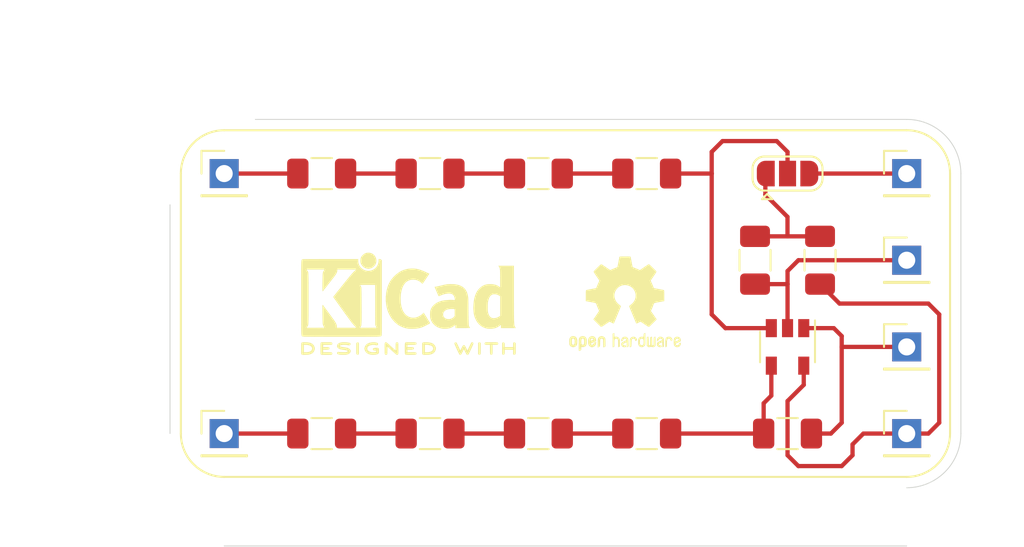
<source format=kicad_pcb>
(kicad_pcb (version 20171130) (host pcbnew "(5.1.6)-1")

  (general
    (thickness 1.6)
    (drawings 16)
    (tracks 55)
    (zones 0)
    (modules 21)
    (nets 16)
  )

  (page A4)
  (layers
    (0 F.Cu signal)
    (31 B.Cu signal)
    (32 B.Adhes user)
    (33 F.Adhes user)
    (34 B.Paste user)
    (35 F.Paste user)
    (36 B.SilkS user)
    (37 F.SilkS user)
    (38 B.Mask user)
    (39 F.Mask user)
    (40 Dwgs.User user)
    (41 Cmts.User user)
    (42 Eco1.User user)
    (43 Eco2.User user)
    (44 Edge.Cuts user)
    (45 Margin user)
    (46 B.CrtYd user)
    (47 F.CrtYd user)
    (48 B.Fab user)
    (49 F.Fab user hide)
  )

  (setup
    (last_trace_width 0.25)
    (trace_clearance 0.2)
    (zone_clearance 0.508)
    (zone_45_only no)
    (trace_min 0.2)
    (via_size 0.8)
    (via_drill 0.4)
    (via_min_size 0.4)
    (via_min_drill 0.3)
    (uvia_size 0.3)
    (uvia_drill 0.1)
    (uvias_allowed no)
    (uvia_min_size 0.2)
    (uvia_min_drill 0.1)
    (edge_width 0.05)
    (segment_width 0.2)
    (pcb_text_width 0.3)
    (pcb_text_size 1.5 1.5)
    (mod_edge_width 0.12)
    (mod_text_size 1 1)
    (mod_text_width 0.15)
    (pad_size 1.524 1.524)
    (pad_drill 0.762)
    (pad_to_mask_clearance 0.05)
    (aux_axis_origin 0 0)
    (grid_origin 115.495 94.585)
    (visible_elements 7FFFFF7F)
    (pcbplotparams
      (layerselection 0x010fc_ffffffff)
      (usegerberextensions false)
      (usegerberattributes true)
      (usegerberadvancedattributes true)
      (creategerberjobfile true)
      (excludeedgelayer true)
      (linewidth 0.100000)
      (plotframeref false)
      (viasonmask false)
      (mode 1)
      (useauxorigin false)
      (hpglpennumber 1)
      (hpglpenspeed 20)
      (hpglpendiameter 15.000000)
      (psnegative false)
      (psa4output false)
      (plotreference true)
      (plotvalue true)
      (plotinvisibletext false)
      (padsonsilk false)
      (subtractmaskfromsilk false)
      (outputformat 1)
      (mirror false)
      (drillshape 1)
      (scaleselection 1)
      (outputdirectory ""))
  )

  (net 0 "")
  (net 1 "Net-(R1-Pad1)")
  (net 2 "Net-(R2-Pad1)")
  (net 3 "Net-(R3-Pad1)")
  (net 4 "Net-(R4-Pad1)")
  (net 5 "Net-(R5-Pad1)")
  (net 6 /AC_V_L)
  (net 7 /AC_V_N)
  (net 8 /VDDA)
  (net 9 /OUT_SIG)
  (net 10 /GNDA)
  (net 11 /ext_ref)
  (net 12 /Reference_voltage)
  (net 13 /V_div)
  (net 14 "Net-(R10-Pad2)")
  (net 15 "Net-(R10-Pad1)")

  (net_class Default "This is the default net class."
    (clearance 0.2)
    (trace_width 0.25)
    (via_dia 0.8)
    (via_drill 0.4)
    (uvia_dia 0.3)
    (uvia_drill 0.1)
    (add_net /AC_V_L)
    (add_net /AC_V_N)
    (add_net /GNDA)
    (add_net /OUT_SIG)
    (add_net /Reference_voltage)
    (add_net /VDDA)
    (add_net /V_div)
    (add_net /ext_ref)
    (add_net "Net-(R1-Pad1)")
    (add_net "Net-(R10-Pad1)")
    (add_net "Net-(R10-Pad2)")
    (add_net "Net-(R2-Pad1)")
    (add_net "Net-(R3-Pad1)")
    (add_net "Net-(R4-Pad1)")
    (add_net "Net-(R5-Pad1)")
  )

  (module Symbol:KiCad-Logo2_5mm_SilkScreen (layer F.Cu) (tedit 0) (tstamp 5FA433C0)
    (at 129.465 105.38)
    (descr "KiCad Logo")
    (tags "Logo KiCad")
    (attr virtual)
    (fp_text reference REF** (at 0 -5.08) (layer F.SilkS) hide
      (effects (font (size 1 1) (thickness 0.15)))
    )
    (fp_text value KiCad-Logo2_5mm_SilkScreen (at 0 5.08) (layer F.Fab) hide
      (effects (font (size 1 1) (thickness 0.15)))
    )
    (fp_poly (pts (xy 6.228823 2.274533) (xy 6.260202 2.296776) (xy 6.287911 2.324485) (xy 6.287911 2.63392)
      (xy 6.287838 2.725799) (xy 6.287495 2.79784) (xy 6.286692 2.85278) (xy 6.285241 2.89336)
      (xy 6.282952 2.922317) (xy 6.279636 2.942391) (xy 6.275105 2.956321) (xy 6.269169 2.966845)
      (xy 6.264514 2.9731) (xy 6.233783 2.997673) (xy 6.198496 3.000341) (xy 6.166245 2.985271)
      (xy 6.155588 2.976374) (xy 6.148464 2.964557) (xy 6.144167 2.945526) (xy 6.141991 2.914992)
      (xy 6.141228 2.868662) (xy 6.141155 2.832871) (xy 6.141155 2.698045) (xy 5.644444 2.698045)
      (xy 5.644444 2.8207) (xy 5.643931 2.876787) (xy 5.641876 2.915333) (xy 5.637508 2.941361)
      (xy 5.630056 2.959897) (xy 5.621047 2.9731) (xy 5.590144 2.997604) (xy 5.555196 3.000506)
      (xy 5.521738 2.983089) (xy 5.512604 2.973959) (xy 5.506152 2.961855) (xy 5.501897 2.943001)
      (xy 5.499352 2.91362) (xy 5.498029 2.869937) (xy 5.497443 2.808175) (xy 5.497375 2.794)
      (xy 5.496891 2.677631) (xy 5.496641 2.581727) (xy 5.496723 2.504177) (xy 5.497231 2.442869)
      (xy 5.498262 2.39569) (xy 5.499913 2.36053) (xy 5.502279 2.335276) (xy 5.505457 2.317817)
      (xy 5.509544 2.306041) (xy 5.514634 2.297835) (xy 5.520266 2.291645) (xy 5.552128 2.271844)
      (xy 5.585357 2.274533) (xy 5.616735 2.296776) (xy 5.629433 2.311126) (xy 5.637526 2.326978)
      (xy 5.642042 2.349554) (xy 5.644006 2.384078) (xy 5.644444 2.435776) (xy 5.644444 2.551289)
      (xy 6.141155 2.551289) (xy 6.141155 2.432756) (xy 6.141662 2.378148) (xy 6.143698 2.341275)
      (xy 6.148035 2.317307) (xy 6.155447 2.301415) (xy 6.163733 2.291645) (xy 6.195594 2.271844)
      (xy 6.228823 2.274533)) (layer F.SilkS) (width 0.01))
    (fp_poly (pts (xy 4.963065 2.269163) (xy 5.041772 2.269542) (xy 5.102863 2.270333) (xy 5.148817 2.27167)
      (xy 5.182114 2.273683) (xy 5.205236 2.276506) (xy 5.220662 2.280269) (xy 5.230871 2.285105)
      (xy 5.235813 2.288822) (xy 5.261457 2.321358) (xy 5.264559 2.355138) (xy 5.248711 2.385826)
      (xy 5.238348 2.398089) (xy 5.227196 2.40645) (xy 5.211035 2.411657) (xy 5.185642 2.414457)
      (xy 5.146798 2.415596) (xy 5.09028 2.415821) (xy 5.07918 2.415822) (xy 4.933244 2.415822)
      (xy 4.933244 2.686756) (xy 4.933148 2.772154) (xy 4.932711 2.837864) (xy 4.931712 2.886774)
      (xy 4.929928 2.921773) (xy 4.927137 2.945749) (xy 4.923117 2.961593) (xy 4.917645 2.972191)
      (xy 4.910666 2.980267) (xy 4.877734 3.000112) (xy 4.843354 2.998548) (xy 4.812176 2.975906)
      (xy 4.809886 2.9731) (xy 4.802429 2.962492) (xy 4.796747 2.950081) (xy 4.792601 2.93285)
      (xy 4.78975 2.907784) (xy 4.787954 2.871867) (xy 4.786972 2.822083) (xy 4.786564 2.755417)
      (xy 4.786489 2.679589) (xy 4.786489 2.415822) (xy 4.647127 2.415822) (xy 4.587322 2.415418)
      (xy 4.545918 2.41384) (xy 4.518748 2.410547) (xy 4.501646 2.404992) (xy 4.490443 2.396631)
      (xy 4.489083 2.395178) (xy 4.472725 2.361939) (xy 4.474172 2.324362) (xy 4.492978 2.291645)
      (xy 4.50025 2.285298) (xy 4.509627 2.280266) (xy 4.523609 2.276396) (xy 4.544696 2.273537)
      (xy 4.575389 2.271535) (xy 4.618189 2.270239) (xy 4.675595 2.269498) (xy 4.75011 2.269158)
      (xy 4.844233 2.269068) (xy 4.86426 2.269067) (xy 4.963065 2.269163)) (layer F.SilkS) (width 0.01))
    (fp_poly (pts (xy 4.188614 2.275877) (xy 4.212327 2.290647) (xy 4.238978 2.312227) (xy 4.238978 2.633773)
      (xy 4.238893 2.72783) (xy 4.238529 2.801932) (xy 4.237724 2.858704) (xy 4.236313 2.900768)
      (xy 4.234133 2.930748) (xy 4.231021 2.951267) (xy 4.226814 2.964949) (xy 4.221348 2.974416)
      (xy 4.217472 2.979082) (xy 4.186034 2.999575) (xy 4.150233 2.998739) (xy 4.118873 2.981264)
      (xy 4.092222 2.959684) (xy 4.092222 2.312227) (xy 4.118873 2.290647) (xy 4.144594 2.274949)
      (xy 4.1656 2.269067) (xy 4.188614 2.275877)) (layer F.SilkS) (width 0.01))
    (fp_poly (pts (xy 3.744665 2.271034) (xy 3.764255 2.278035) (xy 3.76501 2.278377) (xy 3.791613 2.298678)
      (xy 3.80627 2.319561) (xy 3.809138 2.329352) (xy 3.808996 2.342361) (xy 3.804961 2.360895)
      (xy 3.796146 2.387257) (xy 3.781669 2.423752) (xy 3.760645 2.472687) (xy 3.732188 2.536365)
      (xy 3.695415 2.617093) (xy 3.675175 2.661216) (xy 3.638625 2.739985) (xy 3.604315 2.812423)
      (xy 3.573552 2.87588) (xy 3.547648 2.927708) (xy 3.52791 2.965259) (xy 3.51565 2.985884)
      (xy 3.513224 2.988733) (xy 3.482183 3.001302) (xy 3.447121 2.999619) (xy 3.419 2.984332)
      (xy 3.417854 2.983089) (xy 3.406668 2.966154) (xy 3.387904 2.93317) (xy 3.363875 2.88838)
      (xy 3.336897 2.836032) (xy 3.327201 2.816742) (xy 3.254014 2.67015) (xy 3.17424 2.829393)
      (xy 3.145767 2.884415) (xy 3.11935 2.932132) (xy 3.097148 2.968893) (xy 3.081319 2.991044)
      (xy 3.075954 2.995741) (xy 3.034257 3.002102) (xy 2.999849 2.988733) (xy 2.989728 2.974446)
      (xy 2.972214 2.942692) (xy 2.948735 2.896597) (xy 2.92072 2.839285) (xy 2.889599 2.77388)
      (xy 2.856799 2.703507) (xy 2.82375 2.631291) (xy 2.791881 2.560355) (xy 2.762619 2.493825)
      (xy 2.737395 2.434826) (xy 2.717636 2.386481) (xy 2.704772 2.351915) (xy 2.700231 2.334253)
      (xy 2.700277 2.333613) (xy 2.711326 2.311388) (xy 2.73341 2.288753) (xy 2.73471 2.287768)
      (xy 2.761853 2.272425) (xy 2.786958 2.272574) (xy 2.796368 2.275466) (xy 2.807834 2.281718)
      (xy 2.82001 2.294014) (xy 2.834357 2.314908) (xy 2.852336 2.346949) (xy 2.875407 2.392688)
      (xy 2.90503 2.454677) (xy 2.931745 2.511898) (xy 2.96248 2.578226) (xy 2.990021 2.637874)
      (xy 3.012938 2.687725) (xy 3.029798 2.724664) (xy 3.039173 2.745573) (xy 3.04054 2.748845)
      (xy 3.046689 2.743497) (xy 3.060822 2.721109) (xy 3.081057 2.684946) (xy 3.105515 2.638277)
      (xy 3.115248 2.619022) (xy 3.148217 2.554004) (xy 3.173643 2.506654) (xy 3.193612 2.474219)
      (xy 3.21021 2.453946) (xy 3.225524 2.443082) (xy 3.24164 2.438875) (xy 3.252143 2.4384)
      (xy 3.27067 2.440042) (xy 3.286904 2.446831) (xy 3.303035 2.461566) (xy 3.321251 2.487044)
      (xy 3.343739 2.526061) (xy 3.372689 2.581414) (xy 3.388662 2.612903) (xy 3.41457 2.663087)
      (xy 3.437167 2.704704) (xy 3.454458 2.734242) (xy 3.46445 2.748189) (xy 3.465809 2.74877)
      (xy 3.472261 2.737793) (xy 3.486708 2.70929) (xy 3.507703 2.666244) (xy 3.533797 2.611638)
      (xy 3.563546 2.548454) (xy 3.57818 2.517071) (xy 3.61625 2.436078) (xy 3.646905 2.373756)
      (xy 3.671737 2.328071) (xy 3.692337 2.296989) (xy 3.710298 2.278478) (xy 3.72721 2.270504)
      (xy 3.744665 2.271034)) (layer F.SilkS) (width 0.01))
    (fp_poly (pts (xy 1.018309 2.269275) (xy 1.147288 2.273636) (xy 1.256991 2.286861) (xy 1.349226 2.309741)
      (xy 1.425802 2.34307) (xy 1.488527 2.387638) (xy 1.539212 2.444236) (xy 1.579663 2.513658)
      (xy 1.580459 2.515351) (xy 1.604601 2.577483) (xy 1.613203 2.632509) (xy 1.606231 2.687887)
      (xy 1.583654 2.751073) (xy 1.579372 2.760689) (xy 1.550172 2.816966) (xy 1.517356 2.860451)
      (xy 1.475002 2.897417) (xy 1.41719 2.934135) (xy 1.413831 2.936052) (xy 1.363504 2.960227)
      (xy 1.306621 2.978282) (xy 1.239527 2.990839) (xy 1.158565 2.998522) (xy 1.060082 3.001953)
      (xy 1.025286 3.002251) (xy 0.859594 3.002845) (xy 0.836197 2.9731) (xy 0.829257 2.963319)
      (xy 0.823842 2.951897) (xy 0.819765 2.936095) (xy 0.816837 2.913175) (xy 0.814867 2.880396)
      (xy 0.814225 2.856089) (xy 0.970844 2.856089) (xy 1.064726 2.856089) (xy 1.119664 2.854483)
      (xy 1.17606 2.850255) (xy 1.222345 2.844292) (xy 1.225139 2.84379) (xy 1.307348 2.821736)
      (xy 1.371114 2.7886) (xy 1.418452 2.742847) (xy 1.451382 2.682939) (xy 1.457108 2.667061)
      (xy 1.462721 2.642333) (xy 1.460291 2.617902) (xy 1.448467 2.5854) (xy 1.44134 2.569434)
      (xy 1.418 2.527006) (xy 1.38988 2.49724) (xy 1.35894 2.476511) (xy 1.296966 2.449537)
      (xy 1.217651 2.429998) (xy 1.125253 2.418746) (xy 1.058333 2.41627) (xy 0.970844 2.415822)
      (xy 0.970844 2.856089) (xy 0.814225 2.856089) (xy 0.813668 2.835021) (xy 0.81305 2.774311)
      (xy 0.812825 2.695526) (xy 0.8128 2.63392) (xy 0.8128 2.324485) (xy 0.840509 2.296776)
      (xy 0.852806 2.285544) (xy 0.866103 2.277853) (xy 0.884672 2.27304) (xy 0.912786 2.270446)
      (xy 0.954717 2.26941) (xy 1.014737 2.26927) (xy 1.018309 2.269275)) (layer F.SilkS) (width 0.01))
    (fp_poly (pts (xy 0.230343 2.26926) (xy 0.306701 2.270174) (xy 0.365217 2.272311) (xy 0.408255 2.276175)
      (xy 0.438183 2.282267) (xy 0.457368 2.29109) (xy 0.468176 2.303146) (xy 0.472973 2.318939)
      (xy 0.474127 2.33897) (xy 0.474133 2.341335) (xy 0.473131 2.363992) (xy 0.468396 2.381503)
      (xy 0.457333 2.394574) (xy 0.437348 2.403913) (xy 0.405846 2.410227) (xy 0.360232 2.414222)
      (xy 0.297913 2.416606) (xy 0.216293 2.418086) (xy 0.191277 2.418414) (xy -0.0508 2.421467)
      (xy -0.054186 2.486378) (xy -0.057571 2.551289) (xy 0.110576 2.551289) (xy 0.176266 2.551531)
      (xy 0.223172 2.552556) (xy 0.255083 2.554811) (xy 0.275791 2.558742) (xy 0.289084 2.564798)
      (xy 0.298755 2.573424) (xy 0.298817 2.573493) (xy 0.316356 2.607112) (xy 0.315722 2.643448)
      (xy 0.297314 2.674423) (xy 0.293671 2.677607) (xy 0.280741 2.685812) (xy 0.263024 2.691521)
      (xy 0.23657 2.695162) (xy 0.197432 2.697167) (xy 0.141662 2.697964) (xy 0.105994 2.698045)
      (xy -0.056445 2.698045) (xy -0.056445 2.856089) (xy 0.190161 2.856089) (xy 0.27158 2.856231)
      (xy 0.33341 2.856814) (xy 0.378637 2.858068) (xy 0.410248 2.860227) (xy 0.431231 2.863523)
      (xy 0.444573 2.868189) (xy 0.453261 2.874457) (xy 0.45545 2.876733) (xy 0.471614 2.90828)
      (xy 0.472797 2.944168) (xy 0.459536 2.975285) (xy 0.449043 2.985271) (xy 0.438129 2.990769)
      (xy 0.421217 2.995022) (xy 0.395633 2.99818) (xy 0.358701 3.000392) (xy 0.307746 3.001806)
      (xy 0.240094 3.002572) (xy 0.153069 3.002838) (xy 0.133394 3.002845) (xy 0.044911 3.002787)
      (xy -0.023773 3.002467) (xy -0.075436 3.001667) (xy -0.112855 3.000167) (xy -0.13881 2.997749)
      (xy -0.156078 2.994194) (xy -0.167438 2.989282) (xy -0.175668 2.982795) (xy -0.180183 2.978138)
      (xy -0.186979 2.969889) (xy -0.192288 2.959669) (xy -0.196294 2.9448) (xy -0.199179 2.922602)
      (xy -0.201126 2.890393) (xy -0.202319 2.845496) (xy -0.202939 2.785228) (xy -0.203171 2.706911)
      (xy -0.2032 2.640994) (xy -0.203129 2.548628) (xy -0.202792 2.476117) (xy -0.202002 2.420737)
      (xy -0.200574 2.379765) (xy -0.198321 2.350478) (xy -0.195057 2.330153) (xy -0.190596 2.316066)
      (xy -0.184752 2.305495) (xy -0.179803 2.298811) (xy -0.156406 2.269067) (xy 0.133774 2.269067)
      (xy 0.230343 2.26926)) (layer F.SilkS) (width 0.01))
    (fp_poly (pts (xy -1.300114 2.273448) (xy -1.276548 2.287273) (xy -1.245735 2.309881) (xy -1.206078 2.342338)
      (xy -1.15598 2.385708) (xy -1.093843 2.441058) (xy -1.018072 2.509451) (xy -0.931334 2.588084)
      (xy -0.750711 2.751878) (xy -0.745067 2.532029) (xy -0.743029 2.456351) (xy -0.741063 2.399994)
      (xy -0.738734 2.359706) (xy -0.735606 2.332235) (xy -0.731245 2.314329) (xy -0.725216 2.302737)
      (xy -0.717084 2.294208) (xy -0.712772 2.290623) (xy -0.678241 2.27167) (xy -0.645383 2.274441)
      (xy -0.619318 2.290633) (xy -0.592667 2.312199) (xy -0.589352 2.627151) (xy -0.588435 2.719779)
      (xy -0.587968 2.792544) (xy -0.588113 2.848161) (xy -0.589032 2.889342) (xy -0.590887 2.918803)
      (xy -0.593839 2.939255) (xy -0.59805 2.953413) (xy -0.603682 2.963991) (xy -0.609927 2.972474)
      (xy -0.623439 2.988207) (xy -0.636883 2.998636) (xy -0.652124 3.002639) (xy -0.671026 2.999094)
      (xy -0.695455 2.986879) (xy -0.727273 2.964871) (xy -0.768348 2.931949) (xy -0.820542 2.886991)
      (xy -0.885722 2.828875) (xy -0.959556 2.762099) (xy -1.224845 2.521458) (xy -1.230489 2.740589)
      (xy -1.232531 2.816128) (xy -1.234502 2.872354) (xy -1.236839 2.912524) (xy -1.239981 2.939896)
      (xy -1.244364 2.957728) (xy -1.250424 2.969279) (xy -1.2586 2.977807) (xy -1.262784 2.981282)
      (xy -1.299765 3.000372) (xy -1.334708 2.997493) (xy -1.365136 2.9731) (xy -1.372097 2.963286)
      (xy -1.377523 2.951826) (xy -1.381603 2.935968) (xy -1.384529 2.912963) (xy -1.386492 2.880062)
      (xy -1.387683 2.834516) (xy -1.388292 2.773573) (xy -1.388511 2.694486) (xy -1.388534 2.635956)
      (xy -1.38846 2.544407) (xy -1.388113 2.472687) (xy -1.387301 2.418045) (xy -1.385833 2.377732)
      (xy -1.383519 2.348998) (xy -1.380167 2.329093) (xy -1.375588 2.315268) (xy -1.369589 2.304772)
      (xy -1.365136 2.298811) (xy -1.35385 2.284691) (xy -1.343301 2.274029) (xy -1.331893 2.267892)
      (xy -1.31803 2.267343) (xy -1.300114 2.273448)) (layer F.SilkS) (width 0.01))
    (fp_poly (pts (xy -1.950081 2.274599) (xy -1.881565 2.286095) (xy -1.828943 2.303967) (xy -1.794708 2.327499)
      (xy -1.785379 2.340924) (xy -1.775893 2.372148) (xy -1.782277 2.400395) (xy -1.80243 2.427182)
      (xy -1.833745 2.439713) (xy -1.879183 2.438696) (xy -1.914326 2.431906) (xy -1.992419 2.418971)
      (xy -2.072226 2.417742) (xy -2.161555 2.428241) (xy -2.186229 2.43269) (xy -2.269291 2.456108)
      (xy -2.334273 2.490945) (xy -2.380461 2.536604) (xy -2.407145 2.592494) (xy -2.412663 2.621388)
      (xy -2.409051 2.680012) (xy -2.385729 2.731879) (xy -2.344824 2.775978) (xy -2.288459 2.811299)
      (xy -2.21876 2.836829) (xy -2.137852 2.851559) (xy -2.04786 2.854478) (xy -1.95091 2.844575)
      (xy -1.945436 2.843641) (xy -1.906875 2.836459) (xy -1.885494 2.829521) (xy -1.876227 2.819227)
      (xy -1.874006 2.801976) (xy -1.873956 2.792841) (xy -1.873956 2.754489) (xy -1.942431 2.754489)
      (xy -2.0029 2.750347) (xy -2.044165 2.737147) (xy -2.068175 2.71373) (xy -2.076877 2.678936)
      (xy -2.076983 2.674394) (xy -2.071892 2.644654) (xy -2.054433 2.623419) (xy -2.021939 2.609366)
      (xy -1.971743 2.601173) (xy -1.923123 2.598161) (xy -1.852456 2.596433) (xy -1.801198 2.59907)
      (xy -1.766239 2.6088) (xy -1.74447 2.628353) (xy -1.73278 2.660456) (xy -1.72806 2.707838)
      (xy -1.7272 2.770071) (xy -1.728609 2.839535) (xy -1.732848 2.886786) (xy -1.739936 2.912012)
      (xy -1.741311 2.913988) (xy -1.780228 2.945508) (xy -1.837286 2.97047) (xy -1.908869 2.98834)
      (xy -1.991358 2.998586) (xy -2.081139 3.000673) (xy -2.174592 2.994068) (xy -2.229556 2.985956)
      (xy -2.315766 2.961554) (xy -2.395892 2.921662) (xy -2.462977 2.869887) (xy -2.473173 2.859539)
      (xy -2.506302 2.816035) (xy -2.536194 2.762118) (xy -2.559357 2.705592) (xy -2.572298 2.654259)
      (xy -2.573858 2.634544) (xy -2.567218 2.593419) (xy -2.549568 2.542252) (xy -2.524297 2.488394)
      (xy -2.494789 2.439195) (xy -2.468719 2.406334) (xy -2.407765 2.357452) (xy -2.328969 2.318545)
      (xy -2.235157 2.290494) (xy -2.12915 2.274179) (xy -2.032 2.270192) (xy -1.950081 2.274599)) (layer F.SilkS) (width 0.01))
    (fp_poly (pts (xy -2.923822 2.291645) (xy -2.917242 2.299218) (xy -2.912079 2.308987) (xy -2.908164 2.323571)
      (xy -2.905324 2.345585) (xy -2.903387 2.377648) (xy -2.902183 2.422375) (xy -2.901539 2.482385)
      (xy -2.901284 2.560294) (xy -2.901245 2.635956) (xy -2.901314 2.729802) (xy -2.901638 2.803689)
      (xy -2.902386 2.860232) (xy -2.903732 2.902049) (xy -2.905846 2.931757) (xy -2.9089 2.951973)
      (xy -2.913066 2.965314) (xy -2.918516 2.974398) (xy -2.923822 2.980267) (xy -2.956826 2.999947)
      (xy -2.991991 2.998181) (xy -3.023455 2.976717) (xy -3.030684 2.968337) (xy -3.036334 2.958614)
      (xy -3.040599 2.944861) (xy -3.043673 2.924389) (xy -3.045752 2.894512) (xy -3.04703 2.852541)
      (xy -3.047701 2.795789) (xy -3.047959 2.721567) (xy -3.048 2.637537) (xy -3.048 2.324485)
      (xy -3.020291 2.296776) (xy -2.986137 2.273463) (xy -2.953006 2.272623) (xy -2.923822 2.291645)) (layer F.SilkS) (width 0.01))
    (fp_poly (pts (xy -3.691703 2.270351) (xy -3.616888 2.275581) (xy -3.547306 2.28375) (xy -3.487002 2.29455)
      (xy -3.44002 2.307673) (xy -3.410406 2.322813) (xy -3.40586 2.327269) (xy -3.390054 2.36185)
      (xy -3.394847 2.397351) (xy -3.419364 2.427725) (xy -3.420534 2.428596) (xy -3.434954 2.437954)
      (xy -3.450008 2.442876) (xy -3.471005 2.443473) (xy -3.503257 2.439861) (xy -3.552073 2.432154)
      (xy -3.556 2.431505) (xy -3.628739 2.422569) (xy -3.707217 2.418161) (xy -3.785927 2.418119)
      (xy -3.859361 2.422279) (xy -3.922011 2.430479) (xy -3.96837 2.442557) (xy -3.971416 2.443771)
      (xy -4.005048 2.462615) (xy -4.016864 2.481685) (xy -4.007614 2.500439) (xy -3.978047 2.518337)
      (xy -3.928911 2.534837) (xy -3.860957 2.549396) (xy -3.815645 2.556406) (xy -3.721456 2.569889)
      (xy -3.646544 2.582214) (xy -3.587717 2.594449) (xy -3.541785 2.607661) (xy -3.505555 2.622917)
      (xy -3.475838 2.641285) (xy -3.449442 2.663831) (xy -3.42823 2.685971) (xy -3.403065 2.716819)
      (xy -3.390681 2.743345) (xy -3.386808 2.776026) (xy -3.386667 2.787995) (xy -3.389576 2.827712)
      (xy -3.401202 2.857259) (xy -3.421323 2.883486) (xy -3.462216 2.923576) (xy -3.507817 2.954149)
      (xy -3.561513 2.976203) (xy -3.626692 2.990735) (xy -3.706744 2.998741) (xy -3.805057 3.001218)
      (xy -3.821289 3.001177) (xy -3.886849 2.999818) (xy -3.951866 2.99673) (xy -4.009252 2.992356)
      (xy -4.051922 2.98714) (xy -4.055372 2.986541) (xy -4.097796 2.976491) (xy -4.13378 2.963796)
      (xy -4.15415 2.95219) (xy -4.173107 2.921572) (xy -4.174427 2.885918) (xy -4.158085 2.854144)
      (xy -4.154429 2.850551) (xy -4.139315 2.839876) (xy -4.120415 2.835276) (xy -4.091162 2.836059)
      (xy -4.055651 2.840127) (xy -4.01597 2.843762) (xy -3.960345 2.846828) (xy -3.895406 2.849053)
      (xy -3.827785 2.850164) (xy -3.81 2.850237) (xy -3.742128 2.849964) (xy -3.692454 2.848646)
      (xy -3.65661 2.845827) (xy -3.630224 2.84105) (xy -3.608926 2.833857) (xy -3.596126 2.827867)
      (xy -3.568 2.811233) (xy -3.550068 2.796168) (xy -3.547447 2.791897) (xy -3.552976 2.774263)
      (xy -3.57926 2.757192) (xy -3.624478 2.741458) (xy -3.686808 2.727838) (xy -3.705171 2.724804)
      (xy -3.80109 2.709738) (xy -3.877641 2.697146) (xy -3.93778 2.686111) (xy -3.98446 2.67572)
      (xy -4.020637 2.665056) (xy -4.049265 2.653205) (xy -4.073298 2.639251) (xy -4.095692 2.622281)
      (xy -4.119402 2.601378) (xy -4.12738 2.594049) (xy -4.155353 2.566699) (xy -4.17016 2.545029)
      (xy -4.175952 2.520232) (xy -4.176889 2.488983) (xy -4.166575 2.427705) (xy -4.135752 2.37564)
      (xy -4.084595 2.332958) (xy -4.013283 2.299825) (xy -3.9624 2.284964) (xy -3.9071 2.275366)
      (xy -3.840853 2.269936) (xy -3.767706 2.268367) (xy -3.691703 2.270351)) (layer F.SilkS) (width 0.01))
    (fp_poly (pts (xy -4.712794 2.269146) (xy -4.643386 2.269518) (xy -4.590997 2.270385) (xy -4.552847 2.271946)
      (xy -4.526159 2.274403) (xy -4.508153 2.277957) (xy -4.496049 2.28281) (xy -4.487069 2.289161)
      (xy -4.483818 2.292084) (xy -4.464043 2.323142) (xy -4.460482 2.358828) (xy -4.473491 2.39051)
      (xy -4.479506 2.396913) (xy -4.489235 2.403121) (xy -4.504901 2.40791) (xy -4.529408 2.411514)
      (xy -4.565661 2.414164) (xy -4.616565 2.416095) (xy -4.685026 2.417539) (xy -4.747617 2.418418)
      (xy -4.995334 2.421467) (xy -4.998719 2.486378) (xy -5.002105 2.551289) (xy -4.833958 2.551289)
      (xy -4.760959 2.551919) (xy -4.707517 2.554553) (xy -4.670628 2.560309) (xy -4.647288 2.570304)
      (xy -4.634494 2.585656) (xy -4.629242 2.607482) (xy -4.628445 2.627738) (xy -4.630923 2.652592)
      (xy -4.640277 2.670906) (xy -4.659383 2.683637) (xy -4.691118 2.691741) (xy -4.738359 2.696176)
      (xy -4.803983 2.697899) (xy -4.839801 2.698045) (xy -5.000978 2.698045) (xy -5.000978 2.856089)
      (xy -4.752622 2.856089) (xy -4.671213 2.856202) (xy -4.609342 2.856712) (xy -4.563968 2.85787)
      (xy -4.532054 2.85993) (xy -4.510559 2.863146) (xy -4.496443 2.867772) (xy -4.486668 2.874059)
      (xy -4.481689 2.878667) (xy -4.46461 2.90556) (xy -4.459111 2.929467) (xy -4.466963 2.958667)
      (xy -4.481689 2.980267) (xy -4.489546 2.987066) (xy -4.499688 2.992346) (xy -4.514844 2.996298)
      (xy -4.537741 2.999113) (xy -4.571109 3.000982) (xy -4.617675 3.002098) (xy -4.680167 3.002651)
      (xy -4.761314 3.002833) (xy -4.803422 3.002845) (xy -4.893598 3.002765) (xy -4.963924 3.002398)
      (xy -5.017129 3.001552) (xy -5.05594 3.000036) (xy -5.083087 2.997659) (xy -5.101298 2.994229)
      (xy -5.1133 2.989554) (xy -5.121822 2.983444) (xy -5.125156 2.980267) (xy -5.131755 2.97267)
      (xy -5.136927 2.96287) (xy -5.140846 2.948239) (xy -5.143684 2.926152) (xy -5.145615 2.893982)
      (xy -5.146812 2.849103) (xy -5.147448 2.788889) (xy -5.147697 2.710713) (xy -5.147734 2.637923)
      (xy -5.1477 2.544707) (xy -5.147465 2.471431) (xy -5.14683 2.415458) (xy -5.145594 2.374151)
      (xy -5.143556 2.344872) (xy -5.140517 2.324984) (xy -5.136277 2.31185) (xy -5.130635 2.302832)
      (xy -5.123391 2.295293) (xy -5.121606 2.293612) (xy -5.112945 2.286172) (xy -5.102882 2.280409)
      (xy -5.088625 2.276112) (xy -5.067383 2.273064) (xy -5.036364 2.271051) (xy -4.992777 2.26986)
      (xy -4.933831 2.269275) (xy -4.856734 2.269083) (xy -4.802001 2.269067) (xy -4.712794 2.269146)) (layer F.SilkS) (width 0.01))
    (fp_poly (pts (xy -6.121371 2.269066) (xy -6.081889 2.269467) (xy -5.9662 2.272259) (xy -5.869311 2.28055)
      (xy -5.787919 2.295232) (xy -5.718723 2.317193) (xy -5.65842 2.347322) (xy -5.603708 2.38651)
      (xy -5.584167 2.403532) (xy -5.55175 2.443363) (xy -5.52252 2.497413) (xy -5.499991 2.557323)
      (xy -5.487679 2.614739) (xy -5.4864 2.635956) (xy -5.494417 2.694769) (xy -5.515899 2.759013)
      (xy -5.546999 2.819821) (xy -5.583866 2.86833) (xy -5.589854 2.874182) (xy -5.640579 2.915321)
      (xy -5.696125 2.947435) (xy -5.759696 2.971365) (xy -5.834494 2.987953) (xy -5.923722 2.998041)
      (xy -6.030582 3.002469) (xy -6.079528 3.002845) (xy -6.141762 3.002545) (xy -6.185528 3.001292)
      (xy -6.214931 2.998554) (xy -6.234079 2.993801) (xy -6.247077 2.986501) (xy -6.254045 2.980267)
      (xy -6.260626 2.972694) (xy -6.265788 2.962924) (xy -6.269703 2.94834) (xy -6.272543 2.926326)
      (xy -6.27448 2.894264) (xy -6.275684 2.849536) (xy -6.276328 2.789526) (xy -6.276583 2.711617)
      (xy -6.276622 2.635956) (xy -6.27687 2.535041) (xy -6.276817 2.454427) (xy -6.275857 2.415822)
      (xy -6.129867 2.415822) (xy -6.129867 2.856089) (xy -6.036734 2.856004) (xy -5.980693 2.854396)
      (xy -5.921999 2.850256) (xy -5.873028 2.844464) (xy -5.871538 2.844226) (xy -5.792392 2.82509)
      (xy -5.731002 2.795287) (xy -5.684305 2.752878) (xy -5.654635 2.706961) (xy -5.636353 2.656026)
      (xy -5.637771 2.6082) (xy -5.658988 2.556933) (xy -5.700489 2.503899) (xy -5.757998 2.4646)
      (xy -5.83275 2.438331) (xy -5.882708 2.429035) (xy -5.939416 2.422507) (xy -5.999519 2.417782)
      (xy -6.050639 2.415817) (xy -6.053667 2.415808) (xy -6.129867 2.415822) (xy -6.275857 2.415822)
      (xy -6.27526 2.391851) (xy -6.270998 2.345055) (xy -6.26283 2.311778) (xy -6.249556 2.289759)
      (xy -6.229974 2.276739) (xy -6.202883 2.270457) (xy -6.167082 2.268653) (xy -6.121371 2.269066)) (layer F.SilkS) (width 0.01))
    (fp_poly (pts (xy -2.273043 -2.973429) (xy -2.176768 -2.949191) (xy -2.090184 -2.906359) (xy -2.015373 -2.846581)
      (xy -1.954418 -2.771506) (xy -1.909399 -2.68278) (xy -1.883136 -2.58647) (xy -1.877286 -2.489205)
      (xy -1.89214 -2.395346) (xy -1.92584 -2.307489) (xy -1.976528 -2.22823) (xy -2.042345 -2.160164)
      (xy -2.121434 -2.105888) (xy -2.211934 -2.067998) (xy -2.2632 -2.055574) (xy -2.307698 -2.048053)
      (xy -2.341999 -2.045081) (xy -2.37496 -2.046906) (xy -2.415434 -2.053775) (xy -2.448531 -2.06075)
      (xy -2.541947 -2.092259) (xy -2.625619 -2.143383) (xy -2.697665 -2.212571) (xy -2.7562 -2.298272)
      (xy -2.770148 -2.325511) (xy -2.786586 -2.361878) (xy -2.796894 -2.392418) (xy -2.80246 -2.42455)
      (xy -2.804669 -2.465693) (xy -2.804948 -2.511778) (xy -2.800861 -2.596135) (xy -2.787446 -2.665414)
      (xy -2.762256 -2.726039) (xy -2.722846 -2.784433) (xy -2.684298 -2.828698) (xy -2.612406 -2.894516)
      (xy -2.537313 -2.939947) (xy -2.454562 -2.96715) (xy -2.376928 -2.977424) (xy -2.273043 -2.973429)) (layer F.SilkS) (width 0.01))
    (fp_poly (pts (xy 6.186507 -0.527755) (xy 6.186526 -0.293338) (xy 6.186552 -0.080397) (xy 6.186625 0.112168)
      (xy 6.186782 0.285459) (xy 6.187064 0.440576) (xy 6.187509 0.57862) (xy 6.188156 0.700692)
      (xy 6.189045 0.807894) (xy 6.190213 0.901326) (xy 6.191701 0.98209) (xy 6.193546 1.051286)
      (xy 6.195789 1.110015) (xy 6.198469 1.159379) (xy 6.201623 1.200478) (xy 6.205292 1.234413)
      (xy 6.209513 1.262286) (xy 6.214327 1.285198) (xy 6.219773 1.304249) (xy 6.225888 1.32054)
      (xy 6.232712 1.335173) (xy 6.240285 1.349249) (xy 6.248645 1.363868) (xy 6.253839 1.372974)
      (xy 6.288104 1.433689) (xy 5.429955 1.433689) (xy 5.429955 1.337733) (xy 5.429224 1.29437)
      (xy 5.427272 1.261205) (xy 5.424463 1.243424) (xy 5.423221 1.241778) (xy 5.411799 1.248662)
      (xy 5.389084 1.266505) (xy 5.366385 1.285879) (xy 5.3118 1.326614) (xy 5.242321 1.367617)
      (xy 5.16527 1.405123) (xy 5.087965 1.435364) (xy 5.057113 1.445012) (xy 4.988616 1.459578)
      (xy 4.905764 1.469539) (xy 4.816371 1.474583) (xy 4.728248 1.474396) (xy 4.649207 1.468666)
      (xy 4.611511 1.462858) (xy 4.473414 1.424797) (xy 4.346113 1.367073) (xy 4.230292 1.290211)
      (xy 4.126637 1.194739) (xy 4.035833 1.081179) (xy 3.969031 0.970381) (xy 3.914164 0.853625)
      (xy 3.872163 0.734276) (xy 3.842167 0.608283) (xy 3.823311 0.471594) (xy 3.814732 0.320158)
      (xy 3.814006 0.242711) (xy 3.8161 0.185934) (xy 4.645217 0.185934) (xy 4.645424 0.279002)
      (xy 4.648337 0.366692) (xy 4.654 0.443772) (xy 4.662455 0.505009) (xy 4.665038 0.51735)
      (xy 4.69684 0.624633) (xy 4.738498 0.711658) (xy 4.790363 0.778642) (xy 4.852781 0.825805)
      (xy 4.9261 0.853365) (xy 5.010669 0.861541) (xy 5.106835 0.850551) (xy 5.170311 0.834829)
      (xy 5.219454 0.816639) (xy 5.273583 0.790791) (xy 5.314244 0.767089) (xy 5.3848 0.720721)
      (xy 5.3848 -0.42947) (xy 5.317392 -0.473038) (xy 5.238867 -0.51396) (xy 5.154681 -0.540611)
      (xy 5.069557 -0.552535) (xy 4.988216 -0.549278) (xy 4.91538 -0.530385) (xy 4.883426 -0.514816)
      (xy 4.825501 -0.471819) (xy 4.776544 -0.415047) (xy 4.73539 -0.342425) (xy 4.700874 -0.251879)
      (xy 4.671833 -0.141334) (xy 4.670552 -0.135467) (xy 4.660381 -0.073212) (xy 4.652739 0.004594)
      (xy 4.64767 0.09272) (xy 4.645217 0.185934) (xy 3.8161 0.185934) (xy 3.821857 0.029895)
      (xy 3.843802 -0.165941) (xy 3.879786 -0.344668) (xy 3.929759 -0.506155) (xy 3.993668 -0.650274)
      (xy 4.071462 -0.776894) (xy 4.163089 -0.885885) (xy 4.268497 -0.977117) (xy 4.313662 -1.008068)
      (xy 4.414611 -1.064215) (xy 4.517901 -1.103826) (xy 4.627989 -1.127986) (xy 4.74933 -1.137781)
      (xy 4.841836 -1.136735) (xy 4.97149 -1.125769) (xy 5.084084 -1.103954) (xy 5.182875 -1.070286)
      (xy 5.271121 -1.023764) (xy 5.319986 -0.989552) (xy 5.349353 -0.967638) (xy 5.371043 -0.952667)
      (xy 5.379253 -0.948267) (xy 5.380868 -0.959096) (xy 5.382159 -0.989749) (xy 5.383138 -1.037474)
      (xy 5.383817 -1.099521) (xy 5.38421 -1.173138) (xy 5.38433 -1.255573) (xy 5.384188 -1.344075)
      (xy 5.383797 -1.435893) (xy 5.383171 -1.528276) (xy 5.38232 -1.618472) (xy 5.38126 -1.703729)
      (xy 5.380001 -1.781297) (xy 5.378556 -1.848424) (xy 5.376938 -1.902359) (xy 5.375161 -1.94035)
      (xy 5.374669 -1.947333) (xy 5.367092 -2.017749) (xy 5.355531 -2.072898) (xy 5.337792 -2.120019)
      (xy 5.311682 -2.166353) (xy 5.305415 -2.175933) (xy 5.280983 -2.212622) (xy 6.186311 -2.212622)
      (xy 6.186507 -0.527755)) (layer F.SilkS) (width 0.01))
    (fp_poly (pts (xy 2.673574 -1.133448) (xy 2.825492 -1.113433) (xy 2.960756 -1.079798) (xy 3.080239 -1.032275)
      (xy 3.184815 -0.970595) (xy 3.262424 -0.907035) (xy 3.331265 -0.832901) (xy 3.385006 -0.753129)
      (xy 3.42791 -0.660909) (xy 3.443384 -0.617839) (xy 3.456244 -0.578858) (xy 3.467446 -0.542711)
      (xy 3.47712 -0.507566) (xy 3.485396 -0.47159) (xy 3.492403 -0.43295) (xy 3.498272 -0.389815)
      (xy 3.503131 -0.340351) (xy 3.50711 -0.282727) (xy 3.51034 -0.215109) (xy 3.512949 -0.135666)
      (xy 3.515067 -0.042564) (xy 3.516824 0.066027) (xy 3.518349 0.191942) (xy 3.519772 0.337012)
      (xy 3.521025 0.479778) (xy 3.522351 0.635968) (xy 3.523556 0.771239) (xy 3.524766 0.887246)
      (xy 3.526106 0.985645) (xy 3.5277 1.068093) (xy 3.529675 1.136246) (xy 3.532156 1.19176)
      (xy 3.535269 1.236292) (xy 3.539138 1.271498) (xy 3.543889 1.299034) (xy 3.549648 1.320556)
      (xy 3.556539 1.337722) (xy 3.564689 1.352186) (xy 3.574223 1.365606) (xy 3.585266 1.379638)
      (xy 3.589566 1.385071) (xy 3.605386 1.40791) (xy 3.612422 1.423463) (xy 3.612444 1.423922)
      (xy 3.601567 1.426121) (xy 3.570582 1.428147) (xy 3.521957 1.429942) (xy 3.458163 1.431451)
      (xy 3.381669 1.432616) (xy 3.294944 1.43338) (xy 3.200457 1.433686) (xy 3.18955 1.433689)
      (xy 2.766657 1.433689) (xy 2.763395 1.337622) (xy 2.760133 1.241556) (xy 2.698044 1.292543)
      (xy 2.600714 1.360057) (xy 2.490813 1.414749) (xy 2.404349 1.444978) (xy 2.335278 1.459666)
      (xy 2.251925 1.469659) (xy 2.162159 1.474646) (xy 2.073845 1.474313) (xy 1.994851 1.468351)
      (xy 1.958622 1.462638) (xy 1.818603 1.424776) (xy 1.692178 1.369932) (xy 1.58026 1.298924)
      (xy 1.483762 1.212568) (xy 1.4036 1.111679) (xy 1.340687 0.997076) (xy 1.296312 0.870984)
      (xy 1.283978 0.814401) (xy 1.276368 0.752202) (xy 1.272739 0.677363) (xy 1.272245 0.643467)
      (xy 1.27231 0.640282) (xy 2.032248 0.640282) (xy 2.041541 0.715333) (xy 2.069728 0.77916)
      (xy 2.118197 0.834798) (xy 2.123254 0.839211) (xy 2.171548 0.874037) (xy 2.223257 0.89662)
      (xy 2.283989 0.90854) (xy 2.359352 0.911383) (xy 2.377459 0.910978) (xy 2.431278 0.908325)
      (xy 2.471308 0.902909) (xy 2.506324 0.892745) (xy 2.545103 0.87585) (xy 2.555745 0.870672)
      (xy 2.616396 0.834844) (xy 2.663215 0.792212) (xy 2.675952 0.776973) (xy 2.720622 0.720462)
      (xy 2.720622 0.524586) (xy 2.720086 0.445939) (xy 2.718396 0.387988) (xy 2.715428 0.348875)
      (xy 2.711057 0.326741) (xy 2.706972 0.320274) (xy 2.691047 0.317111) (xy 2.657264 0.314488)
      (xy 2.61034 0.312655) (xy 2.554993 0.311857) (xy 2.546106 0.311842) (xy 2.42533 0.317096)
      (xy 2.32266 0.333263) (xy 2.236106 0.360961) (xy 2.163681 0.400808) (xy 2.108751 0.447758)
      (xy 2.064204 0.505645) (xy 2.03948 0.568693) (xy 2.032248 0.640282) (xy 1.27231 0.640282)
      (xy 1.274178 0.549712) (xy 1.282522 0.470812) (xy 1.298768 0.39959) (xy 1.324405 0.328864)
      (xy 1.348401 0.276493) (xy 1.40702 0.181196) (xy 1.485117 0.09317) (xy 1.580315 0.014017)
      (xy 1.690238 -0.05466) (xy 1.81251 -0.111259) (xy 1.944755 -0.154179) (xy 2.009422 -0.169118)
      (xy 2.145604 -0.191223) (xy 2.294049 -0.205806) (xy 2.445505 -0.212187) (xy 2.572064 -0.210555)
      (xy 2.73395 -0.203776) (xy 2.72653 -0.262755) (xy 2.707238 -0.361908) (xy 2.676104 -0.442628)
      (xy 2.632269 -0.505534) (xy 2.574871 -0.551244) (xy 2.503048 -0.580378) (xy 2.415941 -0.593553)
      (xy 2.312686 -0.591389) (xy 2.274711 -0.587388) (xy 2.13352 -0.56222) (xy 1.996707 -0.521186)
      (xy 1.902178 -0.483185) (xy 1.857018 -0.46381) (xy 1.818585 -0.44824) (xy 1.792234 -0.438595)
      (xy 1.784546 -0.436548) (xy 1.774802 -0.445626) (xy 1.758083 -0.474595) (xy 1.734232 -0.523783)
      (xy 1.703093 -0.593516) (xy 1.664507 -0.684121) (xy 1.65791 -0.699911) (xy 1.627853 -0.772228)
      (xy 1.600874 -0.837575) (xy 1.578136 -0.893094) (xy 1.560806 -0.935928) (xy 1.550048 -0.963219)
      (xy 1.546941 -0.972058) (xy 1.55694 -0.976813) (xy 1.583217 -0.98209) (xy 1.611489 -0.985769)
      (xy 1.641646 -0.990526) (xy 1.689433 -0.999972) (xy 1.750612 -1.01318) (xy 1.820946 -1.029224)
      (xy 1.896194 -1.04718) (xy 1.924755 -1.054203) (xy 2.029816 -1.079791) (xy 2.11748 -1.099853)
      (xy 2.192068 -1.115031) (xy 2.257903 -1.125965) (xy 2.319307 -1.133296) (xy 2.380602 -1.137665)
      (xy 2.44611 -1.139713) (xy 2.504128 -1.140111) (xy 2.673574 -1.133448)) (layer F.SilkS) (width 0.01))
    (fp_poly (pts (xy 0.328429 -2.050929) (xy 0.48857 -2.029755) (xy 0.65251 -1.989615) (xy 0.822313 -1.930111)
      (xy 1.000043 -1.850846) (xy 1.01131 -1.845301) (xy 1.069005 -1.817275) (xy 1.120552 -1.793198)
      (xy 1.162191 -1.774751) (xy 1.190162 -1.763614) (xy 1.199733 -1.761067) (xy 1.21895 -1.756059)
      (xy 1.223561 -1.751853) (xy 1.218458 -1.74142) (xy 1.202418 -1.715132) (xy 1.177288 -1.675743)
      (xy 1.144914 -1.626009) (xy 1.107143 -1.568685) (xy 1.065822 -1.506524) (xy 1.022798 -1.442282)
      (xy 0.979917 -1.378715) (xy 0.939026 -1.318575) (xy 0.901971 -1.26462) (xy 0.8706 -1.219603)
      (xy 0.846759 -1.186279) (xy 0.832294 -1.167403) (xy 0.830309 -1.165213) (xy 0.820191 -1.169862)
      (xy 0.79785 -1.187038) (xy 0.76728 -1.21356) (xy 0.751536 -1.228036) (xy 0.655047 -1.303318)
      (xy 0.548336 -1.358759) (xy 0.432832 -1.393859) (xy 0.309962 -1.40812) (xy 0.240561 -1.406949)
      (xy 0.119423 -1.389788) (xy 0.010205 -1.353906) (xy -0.087418 -1.299041) (xy -0.173772 -1.22493)
      (xy -0.249185 -1.131312) (xy -0.313982 -1.017924) (xy -0.351399 -0.931333) (xy -0.395252 -0.795634)
      (xy -0.427572 -0.64815) (xy -0.448443 -0.492686) (xy -0.457949 -0.333044) (xy -0.456173 -0.173027)
      (xy -0.443197 -0.016439) (xy -0.419106 0.132918) (xy -0.383982 0.27124) (xy -0.337908 0.394724)
      (xy -0.321627 0.428978) (xy -0.25338 0.543064) (xy -0.172921 0.639557) (xy -0.08143 0.71767)
      (xy 0.019911 0.776617) (xy 0.12992 0.815612) (xy 0.247415 0.833868) (xy 0.288883 0.835211)
      (xy 0.410441 0.82429) (xy 0.530878 0.791474) (xy 0.648666 0.737439) (xy 0.762277 0.662865)
      (xy 0.853685 0.584539) (xy 0.900215 0.540008) (xy 1.081483 0.837271) (xy 1.12658 0.911433)
      (xy 1.167819 0.979646) (xy 1.203735 1.039459) (xy 1.232866 1.08842) (xy 1.25375 1.124079)
      (xy 1.264924 1.143984) (xy 1.266375 1.147079) (xy 1.258146 1.156718) (xy 1.232567 1.173999)
      (xy 1.192873 1.197283) (xy 1.142297 1.224934) (xy 1.084074 1.255315) (xy 1.021437 1.28679)
      (xy 0.957621 1.317722) (xy 0.89586 1.346473) (xy 0.839388 1.371408) (xy 0.791438 1.390889)
      (xy 0.767986 1.399318) (xy 0.634221 1.437133) (xy 0.496327 1.462136) (xy 0.348622 1.47514)
      (xy 0.221833 1.477468) (xy 0.153878 1.476373) (xy 0.088277 1.474275) (xy 0.030847 1.471434)
      (xy -0.012597 1.468106) (xy -0.026702 1.466422) (xy -0.165716 1.437587) (xy -0.307243 1.392468)
      (xy -0.444725 1.33375) (xy -0.571606 1.26412) (xy -0.649111 1.211441) (xy -0.776519 1.103239)
      (xy -0.894822 0.976671) (xy -1.001828 0.834866) (xy -1.095348 0.680951) (xy -1.17319 0.518053)
      (xy -1.217044 0.400756) (xy -1.267292 0.217128) (xy -1.300791 0.022581) (xy -1.317551 -0.178675)
      (xy -1.317584 -0.382432) (xy -1.300899 -0.584479) (xy -1.267507 -0.780608) (xy -1.21742 -0.966609)
      (xy -1.213603 -0.978197) (xy -1.150719 -1.14025) (xy -1.073972 -1.288168) (xy -0.980758 -1.426135)
      (xy -0.868473 -1.558339) (xy -0.824608 -1.603601) (xy -0.688466 -1.727543) (xy -0.548509 -1.830085)
      (xy -0.402589 -1.912344) (xy -0.248558 -1.975436) (xy -0.084268 -2.020477) (xy 0.011289 -2.037967)
      (xy 0.170023 -2.053534) (xy 0.328429 -2.050929)) (layer F.SilkS) (width 0.01))
    (fp_poly (pts (xy -2.9464 -2.510946) (xy -2.935535 -2.397007) (xy -2.903918 -2.289384) (xy -2.853015 -2.190385)
      (xy -2.784293 -2.102316) (xy -2.699219 -2.027484) (xy -2.602232 -1.969616) (xy -2.495964 -1.929995)
      (xy -2.38895 -1.911427) (xy -2.2833 -1.912566) (xy -2.181125 -1.93207) (xy -2.084534 -1.968594)
      (xy -1.995638 -2.020795) (xy -1.916546 -2.087327) (xy -1.849369 -2.166848) (xy -1.796217 -2.258013)
      (xy -1.759199 -2.359477) (xy -1.740427 -2.469898) (xy -1.738489 -2.519794) (xy -1.738489 -2.607733)
      (xy -1.68656 -2.607733) (xy -1.650253 -2.604889) (xy -1.623355 -2.593089) (xy -1.596249 -2.569351)
      (xy -1.557867 -2.530969) (xy -1.557867 -0.339398) (xy -1.557876 -0.077261) (xy -1.557908 0.163241)
      (xy -1.557972 0.383048) (xy -1.558076 0.583101) (xy -1.558227 0.764344) (xy -1.558434 0.927716)
      (xy -1.558706 1.07416) (xy -1.55905 1.204617) (xy -1.559474 1.320029) (xy -1.559987 1.421338)
      (xy -1.560597 1.509484) (xy -1.561312 1.58541) (xy -1.56214 1.650057) (xy -1.563089 1.704367)
      (xy -1.564167 1.74928) (xy -1.565383 1.78574) (xy -1.566745 1.814687) (xy -1.568261 1.837063)
      (xy -1.569938 1.853809) (xy -1.571786 1.865868) (xy -1.573813 1.87418) (xy -1.576025 1.879687)
      (xy -1.577108 1.881537) (xy -1.581271 1.888549) (xy -1.584805 1.894996) (xy -1.588635 1.9009)
      (xy -1.593682 1.906286) (xy -1.600871 1.911178) (xy -1.611123 1.915598) (xy -1.625364 1.919572)
      (xy -1.644514 1.923121) (xy -1.669499 1.92627) (xy -1.70124 1.929042) (xy -1.740662 1.931461)
      (xy -1.788686 1.933551) (xy -1.846237 1.935335) (xy -1.914237 1.936837) (xy -1.99361 1.93808)
      (xy -2.085279 1.939089) (xy -2.190166 1.939885) (xy -2.309196 1.940494) (xy -2.44329 1.940939)
      (xy -2.593373 1.941243) (xy -2.760367 1.94143) (xy -2.945196 1.941524) (xy -3.148783 1.941548)
      (xy -3.37205 1.941525) (xy -3.615922 1.94148) (xy -3.881321 1.941437) (xy -3.919704 1.941432)
      (xy -4.186682 1.941389) (xy -4.432002 1.941318) (xy -4.656583 1.941213) (xy -4.861345 1.941066)
      (xy -5.047206 1.940869) (xy -5.215088 1.940616) (xy -5.365908 1.9403) (xy -5.500587 1.939913)
      (xy -5.620044 1.939447) (xy -5.725199 1.938897) (xy -5.816971 1.938253) (xy -5.896279 1.937511)
      (xy -5.964043 1.936661) (xy -6.021182 1.935697) (xy -6.068617 1.934611) (xy -6.107266 1.933397)
      (xy -6.138049 1.932047) (xy -6.161885 1.930555) (xy -6.179694 1.928911) (xy -6.192395 1.927111)
      (xy -6.200908 1.925145) (xy -6.205266 1.923477) (xy -6.213728 1.919906) (xy -6.221497 1.91727)
      (xy -6.228602 1.914634) (xy -6.235073 1.911062) (xy -6.240939 1.905621) (xy -6.246229 1.897375)
      (xy -6.250974 1.88539) (xy -6.255202 1.868731) (xy -6.258943 1.846463) (xy -6.262227 1.817652)
      (xy -6.265083 1.781363) (xy -6.26754 1.736661) (xy -6.269629 1.682611) (xy -6.271378 1.618279)
      (xy -6.272817 1.54273) (xy -6.273976 1.45503) (xy -6.274883 1.354243) (xy -6.275569 1.239434)
      (xy -6.276063 1.10967) (xy -6.276395 0.964015) (xy -6.276593 0.801535) (xy -6.276687 0.621295)
      (xy -6.276708 0.42236) (xy -6.276685 0.203796) (xy -6.276646 -0.035332) (xy -6.276622 -0.29596)
      (xy -6.276622 -0.338111) (xy -6.276636 -0.601008) (xy -6.276661 -0.842268) (xy -6.276671 -1.062835)
      (xy -6.276642 -1.263648) (xy -6.276548 -1.445651) (xy -6.276362 -1.609784) (xy -6.276059 -1.756989)
      (xy -6.275614 -1.888208) (xy -6.275034 -1.998133) (xy -5.972197 -1.998133) (xy -5.932407 -1.940289)
      (xy -5.921236 -1.924521) (xy -5.911166 -1.910559) (xy -5.902138 -1.897216) (xy -5.894097 -1.883307)
      (xy -5.886986 -1.867644) (xy -5.880747 -1.849042) (xy -5.875325 -1.826314) (xy -5.870662 -1.798273)
      (xy -5.866701 -1.763733) (xy -5.863385 -1.721508) (xy -5.860659 -1.670411) (xy -5.858464 -1.609256)
      (xy -5.856745 -1.536856) (xy -5.855444 -1.452025) (xy -5.854505 -1.353578) (xy -5.85387 -1.240326)
      (xy -5.853484 -1.111084) (xy -5.853288 -0.964666) (xy -5.853227 -0.799884) (xy -5.853243 -0.615553)
      (xy -5.85328 -0.410487) (xy -5.853289 -0.287867) (xy -5.853265 -0.070918) (xy -5.853231 0.124642)
      (xy -5.853243 0.299999) (xy -5.853358 0.456341) (xy -5.85363 0.594857) (xy -5.854118 0.716734)
      (xy -5.854876 0.82316) (xy -5.855962 0.915322) (xy -5.857431 0.994409) (xy -5.85934 1.061608)
      (xy -5.861744 1.118107) (xy -5.864701 1.165093) (xy -5.868266 1.203755) (xy -5.872495 1.23528)
      (xy -5.877446 1.260855) (xy -5.883173 1.28167) (xy -5.889733 1.298911) (xy -5.897183 1.313765)
      (xy -5.905579 1.327422) (xy -5.914976 1.341069) (xy -5.925432 1.355893) (xy -5.931523 1.364783)
      (xy -5.970296 1.4224) (xy -5.438732 1.4224) (xy -5.315483 1.422365) (xy -5.212987 1.422215)
      (xy -5.12942 1.421878) (xy -5.062956 1.421286) (xy -5.011771 1.420367) (xy -4.974041 1.419051)
      (xy -4.94794 1.417269) (xy -4.931644 1.414951) (xy -4.923328 1.412026) (xy -4.921168 1.408424)
      (xy -4.923339 1.404075) (xy -4.924535 1.402645) (xy -4.949685 1.365573) (xy -4.975583 1.312772)
      (xy -4.999192 1.25077) (xy -5.007461 1.224357) (xy -5.012078 1.206416) (xy -5.015979 1.185355)
      (xy -5.019248 1.159089) (xy -5.021966 1.125532) (xy -5.024215 1.082599) (xy -5.026077 1.028204)
      (xy -5.027636 0.960262) (xy -5.028972 0.876688) (xy -5.030169 0.775395) (xy -5.031308 0.6543)
      (xy -5.031685 0.6096) (xy -5.032702 0.484449) (xy -5.03346 0.380082) (xy -5.033903 0.294707)
      (xy -5.03397 0.226533) (xy -5.033605 0.173765) (xy -5.032748 0.134614) (xy -5.031341 0.107285)
      (xy -5.029325 0.089986) (xy -5.026643 0.080926) (xy -5.023236 0.078312) (xy -5.019044 0.080351)
      (xy -5.014571 0.084667) (xy -5.004216 0.097602) (xy -4.982158 0.126676) (xy -4.949957 0.169759)
      (xy -4.909174 0.224718) (xy -4.86137 0.289423) (xy -4.808105 0.361742) (xy -4.75094 0.439544)
      (xy -4.691437 0.520698) (xy -4.631155 0.603072) (xy -4.571655 0.684536) (xy -4.514498 0.762957)
      (xy -4.461245 0.836204) (xy -4.413457 0.902147) (xy -4.372693 0.958654) (xy -4.340516 1.003593)
      (xy -4.318485 1.034834) (xy -4.313917 1.041466) (xy -4.290996 1.078369) (xy -4.264188 1.126359)
      (xy -4.238789 1.175897) (xy -4.235568 1.182577) (xy -4.21389 1.230772) (xy -4.201304 1.268334)
      (xy -4.195574 1.30416) (xy -4.194456 1.3462) (xy -4.19509 1.4224) (xy -3.040651 1.4224)
      (xy -3.131815 1.328669) (xy -3.178612 1.278775) (xy -3.228899 1.222295) (xy -3.274944 1.168026)
      (xy -3.295369 1.142673) (xy -3.325807 1.103128) (xy -3.365862 1.049916) (xy -3.414361 0.984667)
      (xy -3.470135 0.909011) (xy -3.532011 0.824577) (xy -3.598819 0.732994) (xy -3.669387 0.635892)
      (xy -3.742545 0.534901) (xy -3.817121 0.43165) (xy -3.891944 0.327768) (xy -3.965843 0.224885)
      (xy -4.037646 0.124631) (xy -4.106184 0.028636) (xy -4.170284 -0.061473) (xy -4.228775 -0.144064)
      (xy -4.280486 -0.217508) (xy -4.324247 -0.280176) (xy -4.358885 -0.330439) (xy -4.38323 -0.366666)
      (xy -4.396111 -0.387229) (xy -4.397869 -0.391332) (xy -4.38991 -0.402658) (xy -4.369115 -0.429838)
      (xy -4.336847 -0.471171) (xy -4.29447 -0.524956) (xy -4.243347 -0.589494) (xy -4.184841 -0.663082)
      (xy -4.120314 -0.744022) (xy -4.051131 -0.830612) (xy -3.978653 -0.921152) (xy -3.904246 -1.01394)
      (xy -3.844517 -1.088298) (xy -2.833511 -1.088298) (xy -2.827602 -1.075341) (xy -2.813272 -1.053092)
      (xy -2.812225 -1.051609) (xy -2.793438 -1.021456) (xy -2.773791 -0.984625) (xy -2.769892 -0.976489)
      (xy -2.766356 -0.96806) (xy -2.76323 -0.957941) (xy -2.760486 -0.94474) (xy -2.758092 -0.927062)
      (xy -2.756019 -0.903516) (xy -2.754235 -0.872707) (xy -2.752712 -0.833243) (xy -2.751419 -0.783731)
      (xy -2.750326 -0.722777) (xy -2.749403 -0.648989) (xy -2.748619 -0.560972) (xy -2.747945 -0.457335)
      (xy -2.74735 -0.336684) (xy -2.746805 -0.197626) (xy -2.746279 -0.038768) (xy -2.745745 0.140089)
      (xy -2.745206 0.325207) (xy -2.744772 0.489145) (xy -2.744509 0.633303) (xy -2.744484 0.759079)
      (xy -2.744765 0.867871) (xy -2.745419 0.961077) (xy -2.746514 1.040097) (xy -2.748118 1.106328)
      (xy -2.750297 1.16117) (xy -2.753119 1.206021) (xy -2.756651 1.242278) (xy -2.760961 1.271341)
      (xy -2.766117 1.294609) (xy -2.772185 1.313479) (xy -2.779233 1.329351) (xy -2.787329 1.343622)
      (xy -2.79654 1.357691) (xy -2.80504 1.370158) (xy -2.822176 1.396452) (xy -2.832322 1.414037)
      (xy -2.833511 1.417257) (xy -2.822604 1.418334) (xy -2.791411 1.419335) (xy -2.742223 1.420235)
      (xy -2.677333 1.42101) (xy -2.59903 1.421637) (xy -2.509607 1.422091) (xy -2.411356 1.422349)
      (xy -2.342445 1.4224) (xy -2.237452 1.42218) (xy -2.14061 1.421548) (xy -2.054107 1.420549)
      (xy -1.980132 1.419227) (xy -1.920874 1.417626) (xy -1.87852 1.415791) (xy -1.85526 1.413765)
      (xy -1.851378 1.412493) (xy -1.859076 1.397591) (xy -1.867074 1.38956) (xy -1.880246 1.372434)
      (xy -1.897485 1.342183) (xy -1.909407 1.317622) (xy -1.936045 1.258711) (xy -1.93912 0.081845)
      (xy -1.942195 -1.095022) (xy -2.387853 -1.095022) (xy -2.48567 -1.094858) (xy -2.576064 -1.094389)
      (xy -2.65663 -1.093653) (xy -2.724962 -1.092684) (xy -2.778656 -1.09152) (xy -2.815305 -1.090197)
      (xy -2.832504 -1.088751) (xy -2.833511 -1.088298) (xy -3.844517 -1.088298) (xy -3.82927 -1.107278)
      (xy -3.75509 -1.199463) (xy -3.683069 -1.288796) (xy -3.614569 -1.373576) (xy -3.550955 -1.452102)
      (xy -3.493588 -1.522674) (xy -3.443833 -1.583591) (xy -3.403052 -1.633153) (xy -3.385888 -1.653822)
      (xy -3.299596 -1.754484) (xy -3.222997 -1.837741) (xy -3.154183 -1.905562) (xy -3.091248 -1.959911)
      (xy -3.081867 -1.967278) (xy -3.042356 -1.997883) (xy -4.174116 -1.998133) (xy -4.168827 -1.950156)
      (xy -4.17213 -1.892812) (xy -4.193661 -1.824537) (xy -4.233635 -1.744788) (xy -4.278943 -1.672505)
      (xy -4.295161 -1.64986) (xy -4.323214 -1.612304) (xy -4.36143 -1.561979) (xy -4.408137 -1.501027)
      (xy -4.461661 -1.431589) (xy -4.520331 -1.355806) (xy -4.582475 -1.27582) (xy -4.646421 -1.193772)
      (xy -4.710495 -1.111804) (xy -4.773027 -1.032057) (xy -4.832343 -0.956673) (xy -4.886771 -0.887793)
      (xy -4.934639 -0.827558) (xy -4.974275 -0.778111) (xy -5.004006 -0.741592) (xy -5.022161 -0.720142)
      (xy -5.02522 -0.716844) (xy -5.028079 -0.724851) (xy -5.030293 -0.755145) (xy -5.031857 -0.807444)
      (xy -5.032767 -0.881469) (xy -5.03302 -0.976937) (xy -5.032613 -1.093566) (xy -5.031704 -1.213555)
      (xy -5.030382 -1.345667) (xy -5.028857 -1.457406) (xy -5.026881 -1.550975) (xy -5.024206 -1.628581)
      (xy -5.020582 -1.692426) (xy -5.015761 -1.744717) (xy -5.009494 -1.787656) (xy -5.001532 -1.823449)
      (xy -4.991627 -1.8543) (xy -4.979531 -1.882414) (xy -4.964993 -1.909995) (xy -4.950311 -1.935034)
      (xy -4.912314 -1.998133) (xy -5.972197 -1.998133) (xy -6.275034 -1.998133) (xy -6.275001 -2.004383)
      (xy -6.274195 -2.106456) (xy -6.27317 -2.195367) (xy -6.2719 -2.272059) (xy -6.27036 -2.337473)
      (xy -6.268524 -2.392551) (xy -6.266367 -2.438235) (xy -6.263863 -2.475466) (xy -6.260987 -2.505187)
      (xy -6.257713 -2.528338) (xy -6.254015 -2.545861) (xy -6.249869 -2.558699) (xy -6.245247 -2.567792)
      (xy -6.240126 -2.574082) (xy -6.234478 -2.578512) (xy -6.228279 -2.582022) (xy -6.221504 -2.585555)
      (xy -6.215508 -2.589124) (xy -6.210275 -2.5917) (xy -6.202099 -2.594028) (xy -6.189886 -2.596122)
      (xy -6.172541 -2.597993) (xy -6.148969 -2.599653) (xy -6.118077 -2.601116) (xy -6.078768 -2.602392)
      (xy -6.02995 -2.603496) (xy -5.970527 -2.604439) (xy -5.899404 -2.605233) (xy -5.815488 -2.605891)
      (xy -5.717683 -2.606425) (xy -5.604894 -2.606847) (xy -5.476029 -2.607171) (xy -5.329991 -2.607408)
      (xy -5.165686 -2.60757) (xy -4.98202 -2.60767) (xy -4.777897 -2.60772) (xy -4.566753 -2.607733)
      (xy -2.9464 -2.607733) (xy -2.9464 -2.510946)) (layer F.SilkS) (width 0.01))
  )

  (module Symbol:OSHW-Logo2_7.3x6mm_SilkScreen (layer F.Cu) (tedit 0) (tstamp 5FA4110B)
    (at 142.165 105.38)
    (descr "Open Source Hardware Symbol")
    (tags "Logo Symbol OSHW")
    (attr virtual)
    (fp_text reference REF** (at 0 0) (layer F.SilkS) hide
      (effects (font (size 1 1) (thickness 0.15)))
    )
    (fp_text value OSHW-Logo2_7.3x6mm_SilkScreen (at 0.75 0) (layer F.Fab) hide
      (effects (font (size 1 1) (thickness 0.15)))
    )
    (fp_poly (pts (xy 0.10391 -2.757652) (xy 0.182454 -2.757222) (xy 0.239298 -2.756058) (xy 0.278105 -2.753793)
      (xy 0.302538 -2.75006) (xy 0.316262 -2.744494) (xy 0.32294 -2.736727) (xy 0.326236 -2.726395)
      (xy 0.326556 -2.725057) (xy 0.331562 -2.700921) (xy 0.340829 -2.653299) (xy 0.353392 -2.587259)
      (xy 0.368287 -2.507872) (xy 0.384551 -2.420204) (xy 0.385119 -2.417125) (xy 0.40141 -2.331211)
      (xy 0.416652 -2.255304) (xy 0.429861 -2.193955) (xy 0.440054 -2.151718) (xy 0.446248 -2.133145)
      (xy 0.446543 -2.132816) (xy 0.464788 -2.123747) (xy 0.502405 -2.108633) (xy 0.551271 -2.090738)
      (xy 0.551543 -2.090642) (xy 0.613093 -2.067507) (xy 0.685657 -2.038035) (xy 0.754057 -2.008403)
      (xy 0.757294 -2.006938) (xy 0.868702 -1.956374) (xy 1.115399 -2.12484) (xy 1.191077 -2.176197)
      (xy 1.259631 -2.222111) (xy 1.317088 -2.25997) (xy 1.359476 -2.287163) (xy 1.382825 -2.301079)
      (xy 1.385042 -2.302111) (xy 1.40201 -2.297516) (xy 1.433701 -2.275345) (xy 1.481352 -2.234553)
      (xy 1.546198 -2.174095) (xy 1.612397 -2.109773) (xy 1.676214 -2.046388) (xy 1.733329 -1.988549)
      (xy 1.780305 -1.939825) (xy 1.813703 -1.90379) (xy 1.830085 -1.884016) (xy 1.830694 -1.882998)
      (xy 1.832505 -1.869428) (xy 1.825683 -1.847267) (xy 1.80854 -1.813522) (xy 1.779393 -1.7652)
      (xy 1.736555 -1.699308) (xy 1.679448 -1.614483) (xy 1.628766 -1.539823) (xy 1.583461 -1.47286)
      (xy 1.54615 -1.417484) (xy 1.519452 -1.37758) (xy 1.505985 -1.357038) (xy 1.505137 -1.355644)
      (xy 1.506781 -1.335962) (xy 1.519245 -1.297707) (xy 1.540048 -1.248111) (xy 1.547462 -1.232272)
      (xy 1.579814 -1.16171) (xy 1.614328 -1.081647) (xy 1.642365 -1.012371) (xy 1.662568 -0.960955)
      (xy 1.678615 -0.921881) (xy 1.687888 -0.901459) (xy 1.689041 -0.899886) (xy 1.706096 -0.897279)
      (xy 1.746298 -0.890137) (xy 1.804302 -0.879477) (xy 1.874763 -0.866315) (xy 1.952335 -0.851667)
      (xy 2.031672 -0.836551) (xy 2.107431 -0.821982) (xy 2.174264 -0.808978) (xy 2.226828 -0.798555)
      (xy 2.259776 -0.79173) (xy 2.267857 -0.789801) (xy 2.276205 -0.785038) (xy 2.282506 -0.774282)
      (xy 2.287045 -0.753902) (xy 2.290104 -0.720266) (xy 2.291967 -0.669745) (xy 2.292918 -0.598708)
      (xy 2.29324 -0.503524) (xy 2.293257 -0.464508) (xy 2.293257 -0.147201) (xy 2.217057 -0.132161)
      (xy 2.174663 -0.124005) (xy 2.1114 -0.112101) (xy 2.034962 -0.097884) (xy 1.953043 -0.08279)
      (xy 1.9304 -0.078645) (xy 1.854806 -0.063947) (xy 1.788953 -0.049495) (xy 1.738366 -0.036625)
      (xy 1.708574 -0.026678) (xy 1.703612 -0.023713) (xy 1.691426 -0.002717) (xy 1.673953 0.037967)
      (xy 1.654577 0.090322) (xy 1.650734 0.1016) (xy 1.625339 0.171523) (xy 1.593817 0.250418)
      (xy 1.562969 0.321266) (xy 1.562817 0.321595) (xy 1.511447 0.432733) (xy 1.680399 0.681253)
      (xy 1.849352 0.929772) (xy 1.632429 1.147058) (xy 1.566819 1.211726) (xy 1.506979 1.268733)
      (xy 1.456267 1.315033) (xy 1.418046 1.347584) (xy 1.395675 1.363343) (xy 1.392466 1.364343)
      (xy 1.373626 1.356469) (xy 1.33518 1.334578) (xy 1.28133 1.301267) (xy 1.216276 1.259131)
      (xy 1.14594 1.211943) (xy 1.074555 1.16381) (xy 1.010908 1.121928) (xy 0.959041 1.088871)
      (xy 0.922995 1.067218) (xy 0.906867 1.059543) (xy 0.887189 1.066037) (xy 0.849875 1.08315)
      (xy 0.802621 1.107326) (xy 0.797612 1.110013) (xy 0.733977 1.141927) (xy 0.690341 1.157579)
      (xy 0.663202 1.157745) (xy 0.649057 1.143204) (xy 0.648975 1.143) (xy 0.641905 1.125779)
      (xy 0.625042 1.084899) (xy 0.599695 1.023525) (xy 0.567171 0.944819) (xy 0.528778 0.851947)
      (xy 0.485822 0.748072) (xy 0.444222 0.647502) (xy 0.398504 0.536516) (xy 0.356526 0.433703)
      (xy 0.319548 0.342215) (xy 0.288827 0.265201) (xy 0.265622 0.205815) (xy 0.25119 0.167209)
      (xy 0.246743 0.1528) (xy 0.257896 0.136272) (xy 0.287069 0.10993) (xy 0.325971 0.080887)
      (xy 0.436757 -0.010961) (xy 0.523351 -0.116241) (xy 0.584716 -0.232734) (xy 0.619815 -0.358224)
      (xy 0.627608 -0.490493) (xy 0.621943 -0.551543) (xy 0.591078 -0.678205) (xy 0.53792 -0.790059)
      (xy 0.465767 -0.885999) (xy 0.377917 -0.964924) (xy 0.277665 -1.02573) (xy 0.16831 -1.067313)
      (xy 0.053147 -1.088572) (xy -0.064525 -1.088401) (xy -0.18141 -1.065699) (xy -0.294211 -1.019362)
      (xy -0.399631 -0.948287) (xy -0.443632 -0.908089) (xy -0.528021 -0.804871) (xy -0.586778 -0.692075)
      (xy -0.620296 -0.57299) (xy -0.628965 -0.450905) (xy -0.613177 -0.329107) (xy -0.573322 -0.210884)
      (xy -0.509793 -0.099525) (xy -0.422979 0.001684) (xy -0.325971 0.080887) (xy -0.285563 0.111162)
      (xy -0.257018 0.137219) (xy -0.246743 0.152825) (xy -0.252123 0.169843) (xy -0.267425 0.2105)
      (xy -0.291388 0.271642) (xy -0.322756 0.350119) (xy -0.360268 0.44278) (xy -0.402667 0.546472)
      (xy -0.444337 0.647526) (xy -0.49031 0.758607) (xy -0.532893 0.861541) (xy -0.570779 0.953165)
      (xy -0.60266 1.030316) (xy -0.627229 1.089831) (xy -0.64318 1.128544) (xy -0.64909 1.143)
      (xy -0.663052 1.157685) (xy -0.69006 1.157642) (xy -0.733587 1.142099) (xy -0.79711 1.110284)
      (xy -0.797612 1.110013) (xy -0.84544 1.085323) (xy -0.884103 1.067338) (xy -0.905905 1.059614)
      (xy -0.906867 1.059543) (xy -0.923279 1.067378) (xy -0.959513 1.089165) (xy -1.011526 1.122328)
      (xy -1.075275 1.164291) (xy -1.14594 1.211943) (xy -1.217884 1.260191) (xy -1.282726 1.302151)
      (xy -1.336265 1.335227) (xy -1.374303 1.356821) (xy -1.392467 1.364343) (xy -1.409192 1.354457)
      (xy -1.44282 1.326826) (xy -1.48999 1.284495) (xy -1.547342 1.230505) (xy -1.611516 1.167899)
      (xy -1.632503 1.146983) (xy -1.849501 0.929623) (xy -1.684332 0.68722) (xy -1.634136 0.612781)
      (xy -1.590081 0.545972) (xy -1.554638 0.490665) (xy -1.530281 0.450729) (xy -1.519478 0.430036)
      (xy -1.519162 0.428563) (xy -1.524857 0.409058) (xy -1.540174 0.369822) (xy -1.562463 0.31743)
      (xy -1.578107 0.282355) (xy -1.607359 0.215201) (xy -1.634906 0.147358) (xy -1.656263 0.090034)
      (xy -1.662065 0.072572) (xy -1.678548 0.025938) (xy -1.69466 -0.010095) (xy -1.70351 -0.023713)
      (xy -1.72304 -0.032048) (xy -1.765666 -0.043863) (xy -1.825855 -0.057819) (xy -1.898078 -0.072578)
      (xy -1.9304 -0.078645) (xy -2.012478 -0.093727) (xy -2.091205 -0.108331) (xy -2.158891 -0.12102)
      (xy -2.20784 -0.130358) (xy -2.217057 -0.132161) (xy -2.293257 -0.147201) (xy -2.293257 -0.464508)
      (xy -2.293086 -0.568846) (xy -2.292384 -0.647787) (xy -2.290866 -0.704962) (xy -2.288251 -0.744001)
      (xy -2.284254 -0.768535) (xy -2.278591 -0.782195) (xy -2.27098 -0.788611) (xy -2.267857 -0.789801)
      (xy -2.249022 -0.79402) (xy -2.207412 -0.802438) (xy -2.14837 -0.814039) (xy -2.077243 -0.827805)
      (xy -1.999375 -0.84272) (xy -1.920113 -0.857768) (xy -1.844802 -0.871931) (xy -1.778787 -0.884194)
      (xy -1.727413 -0.893539) (xy -1.696025 -0.89895) (xy -1.689041 -0.899886) (xy -1.682715 -0.912404)
      (xy -1.66871 -0.945754) (xy -1.649645 -0.993623) (xy -1.642366 -1.012371) (xy -1.613004 -1.084805)
      (xy -1.578429 -1.16483) (xy -1.547463 -1.232272) (xy -1.524677 -1.283841) (xy -1.509518 -1.326215)
      (xy -1.504458 -1.352166) (xy -1.505264 -1.355644) (xy -1.515959 -1.372064) (xy -1.54038 -1.408583)
      (xy -1.575905 -1.461313) (xy -1.619913 -1.526365) (xy -1.669783 -1.599849) (xy -1.679644 -1.614355)
      (xy -1.737508 -1.700296) (xy -1.780044 -1.765739) (xy -1.808946 -1.813696) (xy -1.82591 -1.84718)
      (xy -1.832633 -1.869205) (xy -1.83081 -1.882783) (xy -1.830764 -1.882869) (xy -1.816414 -1.900703)
      (xy -1.784677 -1.935183) (xy -1.73899 -1.982732) (xy -1.682796 -2.039778) (xy -1.619532 -2.102745)
      (xy -1.612398 -2.109773) (xy -1.53267 -2.18698) (xy -1.471143 -2.24367) (xy -1.426579 -2.28089)
      (xy -1.397743 -2.299685) (xy -1.385042 -2.302111) (xy -1.366506 -2.291529) (xy -1.328039 -2.267084)
      (xy -1.273614 -2.231388) (xy -1.207202 -2.187053) (xy -1.132775 -2.136689) (xy -1.115399 -2.12484)
      (xy -0.868703 -1.956374) (xy -0.757294 -2.006938) (xy -0.689543 -2.036405) (xy -0.616817 -2.066041)
      (xy -0.554297 -2.08967) (xy -0.551543 -2.090642) (xy -0.50264 -2.108543) (xy -0.464943 -2.12368)
      (xy -0.446575 -2.13279) (xy -0.446544 -2.132816) (xy -0.440715 -2.149283) (xy -0.430808 -2.189781)
      (xy -0.417805 -2.249758) (xy -0.402691 -2.32466) (xy -0.386448 -2.409936) (xy -0.385119 -2.417125)
      (xy -0.368825 -2.504986) (xy -0.353867 -2.58474) (xy -0.341209 -2.651319) (xy -0.331814 -2.699653)
      (xy -0.326646 -2.724675) (xy -0.326556 -2.725057) (xy -0.323411 -2.735701) (xy -0.317296 -2.743738)
      (xy -0.304547 -2.749533) (xy -0.2815 -2.753453) (xy -0.244491 -2.755865) (xy -0.189856 -2.757135)
      (xy -0.113933 -2.757629) (xy -0.013056 -2.757714) (xy 0 -2.757714) (xy 0.10391 -2.757652)) (layer F.SilkS) (width 0.01))
    (fp_poly (pts (xy 3.153595 1.966966) (xy 3.211021 2.004497) (xy 3.238719 2.038096) (xy 3.260662 2.099064)
      (xy 3.262405 2.147308) (xy 3.258457 2.211816) (xy 3.109686 2.276934) (xy 3.037349 2.310202)
      (xy 2.990084 2.336964) (xy 2.965507 2.360144) (xy 2.961237 2.382667) (xy 2.974889 2.407455)
      (xy 2.989943 2.423886) (xy 3.033746 2.450235) (xy 3.081389 2.452081) (xy 3.125145 2.431546)
      (xy 3.157289 2.390752) (xy 3.163038 2.376347) (xy 3.190576 2.331356) (xy 3.222258 2.312182)
      (xy 3.265714 2.295779) (xy 3.265714 2.357966) (xy 3.261872 2.400283) (xy 3.246823 2.435969)
      (xy 3.21528 2.476943) (xy 3.210592 2.482267) (xy 3.175506 2.51872) (xy 3.145347 2.538283)
      (xy 3.107615 2.547283) (xy 3.076335 2.55023) (xy 3.020385 2.550965) (xy 2.980555 2.54166)
      (xy 2.955708 2.527846) (xy 2.916656 2.497467) (xy 2.889625 2.464613) (xy 2.872517 2.423294)
      (xy 2.863238 2.367521) (xy 2.859693 2.291305) (xy 2.85941 2.252622) (xy 2.860372 2.206247)
      (xy 2.948007 2.206247) (xy 2.949023 2.231126) (xy 2.951556 2.2352) (xy 2.968274 2.229665)
      (xy 3.004249 2.215017) (xy 3.052331 2.19419) (xy 3.062386 2.189714) (xy 3.123152 2.158814)
      (xy 3.156632 2.131657) (xy 3.16399 2.10622) (xy 3.146391 2.080481) (xy 3.131856 2.069109)
      (xy 3.07941 2.046364) (xy 3.030322 2.050122) (xy 2.989227 2.077884) (xy 2.960758 2.127152)
      (xy 2.951631 2.166257) (xy 2.948007 2.206247) (xy 2.860372 2.206247) (xy 2.861285 2.162249)
      (xy 2.868196 2.095384) (xy 2.881884 2.046695) (xy 2.904096 2.010849) (xy 2.936574 1.982513)
      (xy 2.950733 1.973355) (xy 3.015053 1.949507) (xy 3.085473 1.948006) (xy 3.153595 1.966966)) (layer F.SilkS) (width 0.01))
    (fp_poly (pts (xy 2.6526 1.958752) (xy 2.669948 1.966334) (xy 2.711356 1.999128) (xy 2.746765 2.046547)
      (xy 2.768664 2.097151) (xy 2.772229 2.122098) (xy 2.760279 2.156927) (xy 2.734067 2.175357)
      (xy 2.705964 2.186516) (xy 2.693095 2.188572) (xy 2.686829 2.173649) (xy 2.674456 2.141175)
      (xy 2.669028 2.126502) (xy 2.63859 2.075744) (xy 2.59452 2.050427) (xy 2.53801 2.051206)
      (xy 2.533825 2.052203) (xy 2.503655 2.066507) (xy 2.481476 2.094393) (xy 2.466327 2.139287)
      (xy 2.45725 2.204615) (xy 2.453286 2.293804) (xy 2.452914 2.341261) (xy 2.45273 2.416071)
      (xy 2.451522 2.467069) (xy 2.448309 2.499471) (xy 2.442109 2.518495) (xy 2.43194 2.529356)
      (xy 2.416819 2.537272) (xy 2.415946 2.53767) (xy 2.386828 2.549981) (xy 2.372403 2.554514)
      (xy 2.370186 2.540809) (xy 2.368289 2.502925) (xy 2.366847 2.445715) (xy 2.365998 2.374027)
      (xy 2.365829 2.321565) (xy 2.366692 2.220047) (xy 2.37007 2.143032) (xy 2.377142 2.086023)
      (xy 2.389088 2.044526) (xy 2.40709 2.014043) (xy 2.432327 1.99008) (xy 2.457247 1.973355)
      (xy 2.517171 1.951097) (xy 2.586911 1.946076) (xy 2.6526 1.958752)) (layer F.SilkS) (width 0.01))
    (fp_poly (pts (xy 2.144876 1.956335) (xy 2.186667 1.975344) (xy 2.219469 1.998378) (xy 2.243503 2.024133)
      (xy 2.260097 2.057358) (xy 2.270577 2.1028) (xy 2.276271 2.165207) (xy 2.278507 2.249327)
      (xy 2.278743 2.304721) (xy 2.278743 2.520826) (xy 2.241774 2.53767) (xy 2.212656 2.549981)
      (xy 2.198231 2.554514) (xy 2.195472 2.541025) (xy 2.193282 2.504653) (xy 2.191942 2.451542)
      (xy 2.191657 2.409372) (xy 2.190434 2.348447) (xy 2.187136 2.300115) (xy 2.182321 2.270518)
      (xy 2.178496 2.264229) (xy 2.152783 2.270652) (xy 2.112418 2.287125) (xy 2.065679 2.309458)
      (xy 2.020845 2.333457) (xy 1.986193 2.35493) (xy 1.970002 2.369685) (xy 1.969938 2.369845)
      (xy 1.97133 2.397152) (xy 1.983818 2.423219) (xy 2.005743 2.444392) (xy 2.037743 2.451474)
      (xy 2.065092 2.450649) (xy 2.103826 2.450042) (xy 2.124158 2.459116) (xy 2.136369 2.483092)
      (xy 2.137909 2.487613) (xy 2.143203 2.521806) (xy 2.129047 2.542568) (xy 2.092148 2.552462)
      (xy 2.052289 2.554292) (xy 1.980562 2.540727) (xy 1.943432 2.521355) (xy 1.897576 2.475845)
      (xy 1.873256 2.419983) (xy 1.871073 2.360957) (xy 1.891629 2.305953) (xy 1.922549 2.271486)
      (xy 1.95342 2.252189) (xy 2.001942 2.227759) (xy 2.058485 2.202985) (xy 2.06791 2.199199)
      (xy 2.130019 2.171791) (xy 2.165822 2.147634) (xy 2.177337 2.123619) (xy 2.16658 2.096635)
      (xy 2.148114 2.075543) (xy 2.104469 2.049572) (xy 2.056446 2.047624) (xy 2.012406 2.067637)
      (xy 1.980709 2.107551) (xy 1.976549 2.117848) (xy 1.952327 2.155724) (xy 1.916965 2.183842)
      (xy 1.872343 2.206917) (xy 1.872343 2.141485) (xy 1.874969 2.101506) (xy 1.88623 2.069997)
      (xy 1.911199 2.036378) (xy 1.935169 2.010484) (xy 1.972441 1.973817) (xy 2.001401 1.954121)
      (xy 2.032505 1.94622) (xy 2.067713 1.944914) (xy 2.144876 1.956335)) (layer F.SilkS) (width 0.01))
    (fp_poly (pts (xy 1.779833 1.958663) (xy 1.782048 1.99685) (xy 1.783784 2.054886) (xy 1.784899 2.12818)
      (xy 1.785257 2.205055) (xy 1.785257 2.465196) (xy 1.739326 2.511127) (xy 1.707675 2.539429)
      (xy 1.67989 2.550893) (xy 1.641915 2.550168) (xy 1.62684 2.548321) (xy 1.579726 2.542948)
      (xy 1.540756 2.539869) (xy 1.531257 2.539585) (xy 1.499233 2.541445) (xy 1.453432 2.546114)
      (xy 1.435674 2.548321) (xy 1.392057 2.551735) (xy 1.362745 2.54432) (xy 1.33368 2.521427)
      (xy 1.323188 2.511127) (xy 1.277257 2.465196) (xy 1.277257 1.978602) (xy 1.314226 1.961758)
      (xy 1.346059 1.949282) (xy 1.364683 1.944914) (xy 1.369458 1.958718) (xy 1.373921 1.997286)
      (xy 1.377775 2.056356) (xy 1.380722 2.131663) (xy 1.382143 2.195286) (xy 1.386114 2.445657)
      (xy 1.420759 2.450556) (xy 1.452268 2.447131) (xy 1.467708 2.436041) (xy 1.472023 2.415308)
      (xy 1.475708 2.371145) (xy 1.478469 2.309146) (xy 1.480012 2.234909) (xy 1.480235 2.196706)
      (xy 1.480457 1.976783) (xy 1.526166 1.960849) (xy 1.558518 1.950015) (xy 1.576115 1.944962)
      (xy 1.576623 1.944914) (xy 1.578388 1.958648) (xy 1.580329 1.99673) (xy 1.582282 2.054482)
      (xy 1.584084 2.127227) (xy 1.585343 2.195286) (xy 1.589314 2.445657) (xy 1.6764 2.445657)
      (xy 1.680396 2.21724) (xy 1.684392 1.988822) (xy 1.726847 1.966868) (xy 1.758192 1.951793)
      (xy 1.776744 1.944951) (xy 1.777279 1.944914) (xy 1.779833 1.958663)) (layer F.SilkS) (width 0.01))
    (fp_poly (pts (xy 1.190117 2.065358) (xy 1.189933 2.173837) (xy 1.189219 2.257287) (xy 1.187675 2.319704)
      (xy 1.185001 2.365085) (xy 1.180894 2.397429) (xy 1.175055 2.420733) (xy 1.167182 2.438995)
      (xy 1.161221 2.449418) (xy 1.111855 2.505945) (xy 1.049264 2.541377) (xy 0.980013 2.55409)
      (xy 0.910668 2.542463) (xy 0.869375 2.521568) (xy 0.826025 2.485422) (xy 0.796481 2.441276)
      (xy 0.778655 2.383462) (xy 0.770463 2.306313) (xy 0.769302 2.249714) (xy 0.769458 2.245647)
      (xy 0.870857 2.245647) (xy 0.871476 2.31055) (xy 0.874314 2.353514) (xy 0.88084 2.381622)
      (xy 0.892523 2.401953) (xy 0.906483 2.417288) (xy 0.953365 2.44689) (xy 1.003701 2.449419)
      (xy 1.051276 2.424705) (xy 1.054979 2.421356) (xy 1.070783 2.403935) (xy 1.080693 2.383209)
      (xy 1.086058 2.352362) (xy 1.088228 2.304577) (xy 1.088571 2.251748) (xy 1.087827 2.185381)
      (xy 1.084748 2.141106) (xy 1.078061 2.112009) (xy 1.066496 2.091173) (xy 1.057013 2.080107)
      (xy 1.01296 2.052198) (xy 0.962224 2.048843) (xy 0.913796 2.070159) (xy 0.90445 2.078073)
      (xy 0.88854 2.095647) (xy 0.87861 2.116587) (xy 0.873278 2.147782) (xy 0.871163 2.196122)
      (xy 0.870857 2.245647) (xy 0.769458 2.245647) (xy 0.77281 2.158568) (xy 0.784726 2.090086)
      (xy 0.807135 2.0386) (xy 0.842124 1.998443) (xy 0.869375 1.977861) (xy 0.918907 1.955625)
      (xy 0.976316 1.945304) (xy 1.029682 1.948067) (xy 1.059543 1.959212) (xy 1.071261 1.962383)
      (xy 1.079037 1.950557) (xy 1.084465 1.918866) (xy 1.088571 1.870593) (xy 1.093067 1.816829)
      (xy 1.099313 1.784482) (xy 1.110676 1.765985) (xy 1.130528 1.75377) (xy 1.143 1.748362)
      (xy 1.190171 1.728601) (xy 1.190117 2.065358)) (layer F.SilkS) (width 0.01))
    (fp_poly (pts (xy 0.529926 1.949755) (xy 0.595858 1.974084) (xy 0.649273 2.017117) (xy 0.670164 2.047409)
      (xy 0.692939 2.102994) (xy 0.692466 2.143186) (xy 0.668562 2.170217) (xy 0.659717 2.174813)
      (xy 0.62153 2.189144) (xy 0.602028 2.185472) (xy 0.595422 2.161407) (xy 0.595086 2.148114)
      (xy 0.582992 2.09921) (xy 0.551471 2.064999) (xy 0.507659 2.048476) (xy 0.458695 2.052634)
      (xy 0.418894 2.074227) (xy 0.40545 2.086544) (xy 0.395921 2.101487) (xy 0.389485 2.124075)
      (xy 0.385317 2.159328) (xy 0.382597 2.212266) (xy 0.380502 2.287907) (xy 0.37996 2.311857)
      (xy 0.377981 2.39379) (xy 0.375731 2.451455) (xy 0.372357 2.489608) (xy 0.367006 2.513004)
      (xy 0.358824 2.526398) (xy 0.346959 2.534545) (xy 0.339362 2.538144) (xy 0.307102 2.550452)
      (xy 0.288111 2.554514) (xy 0.281836 2.540948) (xy 0.278006 2.499934) (xy 0.2766 2.430999)
      (xy 0.277598 2.333669) (xy 0.277908 2.318657) (xy 0.280101 2.229859) (xy 0.282693 2.165019)
      (xy 0.286382 2.119067) (xy 0.291864 2.086935) (xy 0.299835 2.063553) (xy 0.310993 2.043852)
      (xy 0.31683 2.03541) (xy 0.350296 1.998057) (xy 0.387727 1.969003) (xy 0.392309 1.966467)
      (xy 0.459426 1.946443) (xy 0.529926 1.949755)) (layer F.SilkS) (width 0.01))
    (fp_poly (pts (xy 0.039744 1.950968) (xy 0.096616 1.972087) (xy 0.097267 1.972493) (xy 0.13244 1.99838)
      (xy 0.158407 2.028633) (xy 0.17667 2.068058) (xy 0.188732 2.121462) (xy 0.196096 2.193651)
      (xy 0.200264 2.289432) (xy 0.200629 2.303078) (xy 0.205876 2.508842) (xy 0.161716 2.531678)
      (xy 0.129763 2.54711) (xy 0.11047 2.554423) (xy 0.109578 2.554514) (xy 0.106239 2.541022)
      (xy 0.103587 2.504626) (xy 0.101956 2.451452) (xy 0.1016 2.408393) (xy 0.101592 2.338641)
      (xy 0.098403 2.294837) (xy 0.087288 2.273944) (xy 0.063501 2.272925) (xy 0.022296 2.288741)
      (xy -0.039914 2.317815) (xy -0.085659 2.341963) (xy -0.109187 2.362913) (xy -0.116104 2.385747)
      (xy -0.116114 2.386877) (xy -0.104701 2.426212) (xy -0.070908 2.447462) (xy -0.019191 2.450539)
      (xy 0.018061 2.450006) (xy 0.037703 2.460735) (xy 0.049952 2.486505) (xy 0.057002 2.519337)
      (xy 0.046842 2.537966) (xy 0.043017 2.540632) (xy 0.007001 2.55134) (xy -0.043434 2.552856)
      (xy -0.095374 2.545759) (xy -0.132178 2.532788) (xy -0.183062 2.489585) (xy -0.211986 2.429446)
      (xy -0.217714 2.382462) (xy -0.213343 2.340082) (xy -0.197525 2.305488) (xy -0.166203 2.274763)
      (xy -0.115322 2.24399) (xy -0.040824 2.209252) (xy -0.036286 2.207288) (xy 0.030821 2.176287)
      (xy 0.072232 2.150862) (xy 0.089981 2.128014) (xy 0.086107 2.104745) (xy 0.062643 2.078056)
      (xy 0.055627 2.071914) (xy 0.00863 2.0481) (xy -0.040067 2.049103) (xy -0.082478 2.072451)
      (xy -0.110616 2.115675) (xy -0.113231 2.12416) (xy -0.138692 2.165308) (xy -0.170999 2.185128)
      (xy -0.217714 2.20477) (xy -0.217714 2.15395) (xy -0.203504 2.080082) (xy -0.161325 2.012327)
      (xy -0.139376 1.989661) (xy -0.089483 1.960569) (xy -0.026033 1.9474) (xy 0.039744 1.950968)) (layer F.SilkS) (width 0.01))
    (fp_poly (pts (xy -0.624114 1.851289) (xy -0.619861 1.910613) (xy -0.614975 1.945572) (xy -0.608205 1.96082)
      (xy -0.598298 1.961015) (xy -0.595086 1.959195) (xy -0.552356 1.946015) (xy -0.496773 1.946785)
      (xy -0.440263 1.960333) (xy -0.404918 1.977861) (xy -0.368679 2.005861) (xy -0.342187 2.037549)
      (xy -0.324001 2.077813) (xy -0.312678 2.131543) (xy -0.306778 2.203626) (xy -0.304857 2.298951)
      (xy -0.304823 2.317237) (xy -0.3048 2.522646) (xy -0.350509 2.53858) (xy -0.382973 2.54942)
      (xy -0.400785 2.554468) (xy -0.401309 2.554514) (xy -0.403063 2.540828) (xy -0.404556 2.503076)
      (xy -0.405674 2.446224) (xy -0.406303 2.375234) (xy -0.4064 2.332073) (xy -0.406602 2.246973)
      (xy -0.407642 2.185981) (xy -0.410169 2.144177) (xy -0.414836 2.116642) (xy -0.422293 2.098456)
      (xy -0.433189 2.084698) (xy -0.439993 2.078073) (xy -0.486728 2.051375) (xy -0.537728 2.049375)
      (xy -0.583999 2.071955) (xy -0.592556 2.080107) (xy -0.605107 2.095436) (xy -0.613812 2.113618)
      (xy -0.619369 2.139909) (xy -0.622474 2.179562) (xy -0.623824 2.237832) (xy -0.624114 2.318173)
      (xy -0.624114 2.522646) (xy -0.669823 2.53858) (xy -0.702287 2.54942) (xy -0.720099 2.554468)
      (xy -0.720623 2.554514) (xy -0.721963 2.540623) (xy -0.723172 2.501439) (xy -0.724199 2.4407)
      (xy -0.724998 2.362141) (xy -0.725519 2.269498) (xy -0.725714 2.166509) (xy -0.725714 1.769342)
      (xy -0.678543 1.749444) (xy -0.631371 1.729547) (xy -0.624114 1.851289)) (layer F.SilkS) (width 0.01))
    (fp_poly (pts (xy -1.831697 1.931239) (xy -1.774473 1.969735) (xy -1.730251 2.025335) (xy -1.703833 2.096086)
      (xy -1.69849 2.148162) (xy -1.699097 2.169893) (xy -1.704178 2.186531) (xy -1.718145 2.201437)
      (xy -1.745411 2.217973) (xy -1.790388 2.239498) (xy -1.857489 2.269374) (xy -1.857829 2.269524)
      (xy -1.919593 2.297813) (xy -1.970241 2.322933) (xy -2.004596 2.342179) (xy -2.017482 2.352848)
      (xy -2.017486 2.352934) (xy -2.006128 2.376166) (xy -1.979569 2.401774) (xy -1.949077 2.420221)
      (xy -1.93363 2.423886) (xy -1.891485 2.411212) (xy -1.855192 2.379471) (xy -1.837483 2.344572)
      (xy -1.820448 2.318845) (xy -1.787078 2.289546) (xy -1.747851 2.264235) (xy -1.713244 2.250471)
      (xy -1.706007 2.249714) (xy -1.697861 2.26216) (xy -1.69737 2.293972) (xy -1.703357 2.336866)
      (xy -1.714643 2.382558) (xy -1.73005 2.422761) (xy -1.730829 2.424322) (xy -1.777196 2.489062)
      (xy -1.837289 2.533097) (xy -1.905535 2.554711) (xy -1.976362 2.552185) (xy -2.044196 2.523804)
      (xy -2.047212 2.521808) (xy -2.100573 2.473448) (xy -2.13566 2.410352) (xy -2.155078 2.327387)
      (xy -2.157684 2.304078) (xy -2.162299 2.194055) (xy -2.156767 2.142748) (xy -2.017486 2.142748)
      (xy -2.015676 2.174753) (xy -2.005778 2.184093) (xy -1.981102 2.177105) (xy -1.942205 2.160587)
      (xy -1.898725 2.139881) (xy -1.897644 2.139333) (xy -1.860791 2.119949) (xy -1.846 2.107013)
      (xy -1.849647 2.093451) (xy -1.865005 2.075632) (xy -1.904077 2.049845) (xy -1.946154 2.04795)
      (xy -1.983897 2.066717) (xy -2.009966 2.102915) (xy -2.017486 2.142748) (xy -2.156767 2.142748)
      (xy -2.152806 2.106027) (xy -2.12845 2.036212) (xy -2.094544 1.987302) (xy -2.033347 1.937878)
      (xy -1.965937 1.913359) (xy -1.89712 1.911797) (xy -1.831697 1.931239)) (layer F.SilkS) (width 0.01))
    (fp_poly (pts (xy -2.958885 1.921962) (xy -2.890855 1.957733) (xy -2.840649 2.015301) (xy -2.822815 2.052312)
      (xy -2.808937 2.107882) (xy -2.801833 2.178096) (xy -2.80116 2.254727) (xy -2.806573 2.329552)
      (xy -2.81773 2.394342) (xy -2.834286 2.440873) (xy -2.839374 2.448887) (xy -2.899645 2.508707)
      (xy -2.971231 2.544535) (xy -3.048908 2.55502) (xy -3.127452 2.53881) (xy -3.149311 2.529092)
      (xy -3.191878 2.499143) (xy -3.229237 2.459433) (xy -3.232768 2.454397) (xy -3.247119 2.430124)
      (xy -3.256606 2.404178) (xy -3.26221 2.370022) (xy -3.264914 2.321119) (xy -3.265701 2.250935)
      (xy -3.265714 2.2352) (xy -3.265678 2.230192) (xy -3.120571 2.230192) (xy -3.119727 2.29643)
      (xy -3.116404 2.340386) (xy -3.109417 2.368779) (xy -3.097584 2.388325) (xy -3.091543 2.394857)
      (xy -3.056814 2.41968) (xy -3.023097 2.418548) (xy -2.989005 2.397016) (xy -2.968671 2.374029)
      (xy -2.956629 2.340478) (xy -2.949866 2.287569) (xy -2.949402 2.281399) (xy -2.948248 2.185513)
      (xy -2.960312 2.114299) (xy -2.98543 2.068194) (xy -3.02344 2.047635) (xy -3.037008 2.046514)
      (xy -3.072636 2.052152) (xy -3.097006 2.071686) (xy -3.111907 2.109042) (xy -3.119125 2.16815)
      (xy -3.120571 2.230192) (xy -3.265678 2.230192) (xy -3.265174 2.160413) (xy -3.262904 2.108159)
      (xy -3.257932 2.071949) (xy -3.249287 2.045299) (xy -3.235995 2.021722) (xy -3.233057 2.017338)
      (xy -3.183687 1.958249) (xy -3.129891 1.923947) (xy -3.064398 1.910331) (xy -3.042158 1.909665)
      (xy -2.958885 1.921962)) (layer F.SilkS) (width 0.01))
    (fp_poly (pts (xy -1.283907 1.92778) (xy -1.237328 1.954723) (xy -1.204943 1.981466) (xy -1.181258 2.009484)
      (xy -1.164941 2.043748) (xy -1.154661 2.089227) (xy -1.149086 2.150892) (xy -1.146884 2.233711)
      (xy -1.146629 2.293246) (xy -1.146629 2.512391) (xy -1.208314 2.540044) (xy -1.27 2.567697)
      (xy -1.277257 2.32767) (xy -1.280256 2.238028) (xy -1.283402 2.172962) (xy -1.287299 2.128026)
      (xy -1.292553 2.09877) (xy -1.299769 2.080748) (xy -1.30955 2.069511) (xy -1.312688 2.067079)
      (xy -1.360239 2.048083) (xy -1.408303 2.0556) (xy -1.436914 2.075543) (xy -1.448553 2.089675)
      (xy -1.456609 2.10822) (xy -1.461729 2.136334) (xy -1.464559 2.179173) (xy -1.465744 2.241895)
      (xy -1.465943 2.307261) (xy -1.465982 2.389268) (xy -1.467386 2.447316) (xy -1.472086 2.486465)
      (xy -1.482013 2.51178) (xy -1.499097 2.528323) (xy -1.525268 2.541156) (xy -1.560225 2.554491)
      (xy -1.598404 2.569007) (xy -1.593859 2.311389) (xy -1.592029 2.218519) (xy -1.589888 2.149889)
      (xy -1.586819 2.100711) (xy -1.582206 2.066198) (xy -1.575432 2.041562) (xy -1.565881 2.022016)
      (xy -1.554366 2.00477) (xy -1.49881 1.94968) (xy -1.43102 1.917822) (xy -1.357287 1.910191)
      (xy -1.283907 1.92778)) (layer F.SilkS) (width 0.01))
    (fp_poly (pts (xy -2.400256 1.919918) (xy -2.344799 1.947568) (xy -2.295852 1.99848) (xy -2.282371 2.017338)
      (xy -2.267686 2.042015) (xy -2.258158 2.068816) (xy -2.252707 2.104587) (xy -2.250253 2.156169)
      (xy -2.249714 2.224267) (xy -2.252148 2.317588) (xy -2.260606 2.387657) (xy -2.276826 2.439931)
      (xy -2.302546 2.479869) (xy -2.339503 2.512929) (xy -2.342218 2.514886) (xy -2.37864 2.534908)
      (xy -2.422498 2.544815) (xy -2.478276 2.547257) (xy -2.568952 2.547257) (xy -2.56899 2.635283)
      (xy -2.569834 2.684308) (xy -2.574976 2.713065) (xy -2.588413 2.730311) (xy -2.614142 2.744808)
      (xy -2.620321 2.747769) (xy -2.649236 2.761648) (xy -2.671624 2.770414) (xy -2.688271 2.771171)
      (xy -2.699964 2.761023) (xy -2.70749 2.737073) (xy -2.711634 2.696426) (xy -2.713185 2.636186)
      (xy -2.712929 2.553455) (xy -2.711651 2.445339) (xy -2.711252 2.413) (xy -2.709815 2.301524)
      (xy -2.708528 2.228603) (xy -2.569029 2.228603) (xy -2.568245 2.290499) (xy -2.56476 2.330997)
      (xy -2.556876 2.357708) (xy -2.542895 2.378244) (xy -2.533403 2.38826) (xy -2.494596 2.417567)
      (xy -2.460237 2.419952) (xy -2.424784 2.39575) (xy -2.423886 2.394857) (xy -2.409461 2.376153)
      (xy -2.400687 2.350732) (xy -2.396261 2.311584) (xy -2.394882 2.251697) (xy -2.394857 2.23843)
      (xy -2.398188 2.155901) (xy -2.409031 2.098691) (xy -2.42866 2.063766) (xy -2.45835 2.048094)
      (xy -2.475509 2.046514) (xy -2.516234 2.053926) (xy -2.544168 2.07833) (xy -2.560983 2.12298)
      (xy -2.56835 2.19113) (xy -2.569029 2.228603) (xy -2.708528 2.228603) (xy -2.708292 2.215245)
      (xy -2.706323 2.150333) (xy -2.70355 2.102958) (xy -2.699612 2.06929) (xy -2.694151 2.045498)
      (xy -2.686808 2.027753) (xy -2.677223 2.012224) (xy -2.673113 2.006381) (xy -2.618595 1.951185)
      (xy -2.549664 1.91989) (xy -2.469928 1.911165) (xy -2.400256 1.919918)) (layer F.SilkS) (width 0.01))
  )

  (module Resistor_SMD:R_1206_3216Metric (layer F.Cu) (tedit 5B301BBD) (tstamp 5FA3FE6F)
    (at 143.435 113 180)
    (descr "Resistor SMD 1206 (3216 Metric), square (rectangular) end terminal, IPC_7351 nominal, (Body size source: http://www.tortai-tech.com/upload/download/2011102023233369053.pdf), generated with kicad-footprint-generator")
    (tags resistor)
    (path /5FA7877B)
    (attr smd)
    (fp_text reference R10 (at 0 1.75) (layer F.SilkS) hide
      (effects (font (size 1 1) (thickness 0.15)))
    )
    (fp_text value R (at 0 1.82) (layer F.Fab)
      (effects (font (size 1 1) (thickness 0.15)))
    )
    (fp_line (start 2.28 1.12) (end -2.28 1.12) (layer F.CrtYd) (width 0.05))
    (fp_line (start 2.28 -1.12) (end 2.28 1.12) (layer F.CrtYd) (width 0.05))
    (fp_line (start -2.28 -1.12) (end 2.28 -1.12) (layer F.CrtYd) (width 0.05))
    (fp_line (start -2.28 1.12) (end -2.28 -1.12) (layer F.CrtYd) (width 0.05))
    (fp_line (start -0.602064 0.91) (end 0.602064 0.91) (layer F.SilkS) (width 0.12))
    (fp_line (start -0.602064 -0.91) (end 0.602064 -0.91) (layer F.SilkS) (width 0.12))
    (fp_line (start 1.6 0.8) (end -1.6 0.8) (layer F.Fab) (width 0.1))
    (fp_line (start 1.6 -0.8) (end 1.6 0.8) (layer F.Fab) (width 0.1))
    (fp_line (start -1.6 -0.8) (end 1.6 -0.8) (layer F.Fab) (width 0.1))
    (fp_line (start -1.6 0.8) (end -1.6 -0.8) (layer F.Fab) (width 0.1))
    (fp_text user %R (at 0 0) (layer F.Fab)
      (effects (font (size 0.8 0.8) (thickness 0.12)))
    )
    (pad 2 smd roundrect (at 1.4 0 180) (size 1.25 1.75) (layers F.Cu F.Paste F.Mask) (roundrect_rratio 0.2)
      (net 14 "Net-(R10-Pad2)"))
    (pad 1 smd roundrect (at -1.4 0 180) (size 1.25 1.75) (layers F.Cu F.Paste F.Mask) (roundrect_rratio 0.2)
      (net 15 "Net-(R10-Pad1)"))
    (model ${KISYS3DMOD}/Resistor_SMD.3dshapes/R_1206_3216Metric.wrl
      (at (xyz 0 0 0))
      (scale (xyz 1 1 1))
      (rotate (xyz 0 0 0))
    )
  )

  (module Resistor_SMD:R_1206_3216Metric (layer F.Cu) (tedit 5B301BBD) (tstamp 5FA3FE5E)
    (at 143.435 97.76 180)
    (descr "Resistor SMD 1206 (3216 Metric), square (rectangular) end terminal, IPC_7351 nominal, (Body size source: http://www.tortai-tech.com/upload/download/2011102023233369053.pdf), generated with kicad-footprint-generator")
    (tags resistor)
    (path /5FA781DC)
    (attr smd)
    (fp_text reference R9 (at 0 1.75) (layer F.SilkS) hide
      (effects (font (size 1 1) (thickness 0.15)))
    )
    (fp_text value R (at 0 1.82) (layer F.Fab)
      (effects (font (size 1 1) (thickness 0.15)))
    )
    (fp_line (start 2.28 1.12) (end -2.28 1.12) (layer F.CrtYd) (width 0.05))
    (fp_line (start 2.28 -1.12) (end 2.28 1.12) (layer F.CrtYd) (width 0.05))
    (fp_line (start -2.28 -1.12) (end 2.28 -1.12) (layer F.CrtYd) (width 0.05))
    (fp_line (start -2.28 1.12) (end -2.28 -1.12) (layer F.CrtYd) (width 0.05))
    (fp_line (start -0.602064 0.91) (end 0.602064 0.91) (layer F.SilkS) (width 0.12))
    (fp_line (start -0.602064 -0.91) (end 0.602064 -0.91) (layer F.SilkS) (width 0.12))
    (fp_line (start 1.6 0.8) (end -1.6 0.8) (layer F.Fab) (width 0.1))
    (fp_line (start 1.6 -0.8) (end 1.6 0.8) (layer F.Fab) (width 0.1))
    (fp_line (start -1.6 -0.8) (end 1.6 -0.8) (layer F.Fab) (width 0.1))
    (fp_line (start -1.6 0.8) (end -1.6 -0.8) (layer F.Fab) (width 0.1))
    (fp_text user %R (at 0 0) (layer F.Fab)
      (effects (font (size 0.8 0.8) (thickness 0.12)))
    )
    (pad 2 smd roundrect (at 1.4 0 180) (size 1.25 1.75) (layers F.Cu F.Paste F.Mask) (roundrect_rratio 0.2)
      (net 5 "Net-(R5-Pad1)"))
    (pad 1 smd roundrect (at -1.4 0 180) (size 1.25 1.75) (layers F.Cu F.Paste F.Mask) (roundrect_rratio 0.2)
      (net 12 /Reference_voltage))
    (model ${KISYS3DMOD}/Resistor_SMD.3dshapes/R_1206_3216Metric.wrl
      (at (xyz 0 0 0))
      (scale (xyz 1 1 1))
      (rotate (xyz 0 0 0))
    )
  )

  (module Jumper:SolderJumper-3_P1.3mm_Open_RoundedPad1.0x1.5mm (layer F.Cu) (tedit 5B391EB7) (tstamp 5FA3F249)
    (at 151.69 97.76)
    (descr "SMD Solder 3-pad Jumper, 1x1.5mm rounded Pads, 0.3mm gap, open")
    (tags "solder jumper open")
    (path /5FA42BFC)
    (attr virtual)
    (fp_text reference JP1 (at 0 -1.8) (layer F.SilkS) hide
      (effects (font (size 1 1) (thickness 0.15)))
    )
    (fp_text value Jumper_3_Bridged12 (at 0 1.9) (layer F.Fab)
      (effects (font (size 1 1) (thickness 0.15)))
    )
    (fp_line (start 2.3 1.25) (end -2.3 1.25) (layer F.CrtYd) (width 0.05))
    (fp_line (start 2.3 1.25) (end 2.3 -1.25) (layer F.CrtYd) (width 0.05))
    (fp_line (start -2.3 -1.25) (end -2.3 1.25) (layer F.CrtYd) (width 0.05))
    (fp_line (start -2.3 -1.25) (end 2.3 -1.25) (layer F.CrtYd) (width 0.05))
    (fp_line (start -1.4 -1) (end 1.4 -1) (layer F.SilkS) (width 0.12))
    (fp_line (start 2.05 -0.3) (end 2.05 0.3) (layer F.SilkS) (width 0.12))
    (fp_line (start 1.4 1) (end -1.4 1) (layer F.SilkS) (width 0.12))
    (fp_line (start -2.05 0.3) (end -2.05 -0.3) (layer F.SilkS) (width 0.12))
    (fp_line (start -1.2 1.2) (end -1.5 1.5) (layer F.SilkS) (width 0.12))
    (fp_line (start -1.5 1.5) (end -0.9 1.5) (layer F.SilkS) (width 0.12))
    (fp_line (start -1.2 1.2) (end -0.9 1.5) (layer F.SilkS) (width 0.12))
    (fp_arc (start -1.35 -0.3) (end -1.35 -1) (angle -90) (layer F.SilkS) (width 0.12))
    (fp_arc (start -1.35 0.3) (end -2.05 0.3) (angle -90) (layer F.SilkS) (width 0.12))
    (fp_arc (start 1.35 0.3) (end 1.35 1) (angle -90) (layer F.SilkS) (width 0.12))
    (fp_arc (start 1.35 -0.3) (end 2.05 -0.3) (angle -90) (layer F.SilkS) (width 0.12))
    (pad 2 smd rect (at 0 0) (size 1 1.5) (layers F.Cu F.Mask)
      (net 12 /Reference_voltage))
    (pad 3 smd custom (at 1.3 0) (size 1 0.5) (layers F.Cu F.Mask)
      (net 11 /ext_ref) (zone_connect 2)
      (options (clearance outline) (anchor rect))
      (primitives
        (gr_circle (center 0 0.25) (end 0.5 0.25) (width 0))
        (gr_circle (center 0 -0.25) (end 0.5 -0.25) (width 0))
        (gr_poly (pts
           (xy -0.55 -0.75) (xy 0 -0.75) (xy 0 0.75) (xy -0.55 0.75)) (width 0))
      ))
    (pad 1 smd custom (at -1.3 0) (size 1 0.5) (layers F.Cu F.Mask)
      (net 13 /V_div) (zone_connect 2)
      (options (clearance outline) (anchor rect))
      (primitives
        (gr_circle (center 0 0.25) (end 0.5 0.25) (width 0))
        (gr_circle (center 0 -0.25) (end 0.5 -0.25) (width 0))
        (gr_poly (pts
           (xy 0.55 -0.75) (xy 0 -0.75) (xy 0 0.75) (xy 0.55 0.75)) (width 0))
      ))
  )

  (module Connector_PinHeader_2.54mm:PinHeader_1x01_P2.54mm_Vertical (layer F.Cu) (tedit 59FED5CC) (tstamp 5FA3F40E)
    (at 158.675 97.76)
    (descr "Through hole straight pin header, 1x01, 2.54mm pitch, single row")
    (tags "Through hole pin header THT 1x01 2.54mm single row")
    (path /5FA47B1B)
    (fp_text reference J3 (at 2.75 0) (layer F.SilkS) hide
      (effects (font (size 1 1) (thickness 0.15)))
    )
    (fp_text value V_ref (at 0 2.33) (layer F.Fab)
      (effects (font (size 1 1) (thickness 0.15)))
    )
    (fp_line (start 1.8 -1.8) (end -1.8 -1.8) (layer F.CrtYd) (width 0.05))
    (fp_line (start 1.8 1.8) (end 1.8 -1.8) (layer F.CrtYd) (width 0.05))
    (fp_line (start -1.8 1.8) (end 1.8 1.8) (layer F.CrtYd) (width 0.05))
    (fp_line (start -1.8 -1.8) (end -1.8 1.8) (layer F.CrtYd) (width 0.05))
    (fp_line (start -1.33 -1.33) (end 0 -1.33) (layer F.SilkS) (width 0.12))
    (fp_line (start -1.33 0) (end -1.33 -1.33) (layer F.SilkS) (width 0.12))
    (fp_line (start -1.33 1.27) (end 1.33 1.27) (layer F.SilkS) (width 0.12))
    (fp_line (start 1.33 1.27) (end 1.33 1.33) (layer F.SilkS) (width 0.12))
    (fp_line (start -1.33 1.27) (end -1.33 1.33) (layer F.SilkS) (width 0.12))
    (fp_line (start -1.33 1.33) (end 1.33 1.33) (layer F.SilkS) (width 0.12))
    (fp_line (start -1.27 -0.635) (end -0.635 -1.27) (layer F.Fab) (width 0.1))
    (fp_line (start -1.27 1.27) (end -1.27 -0.635) (layer F.Fab) (width 0.1))
    (fp_line (start 1.27 1.27) (end -1.27 1.27) (layer F.Fab) (width 0.1))
    (fp_line (start 1.27 -1.27) (end 1.27 1.27) (layer F.Fab) (width 0.1))
    (fp_line (start -0.635 -1.27) (end 1.27 -1.27) (layer F.Fab) (width 0.1))
    (fp_text user %R (at 0 0 90) (layer F.Fab)
      (effects (font (size 1 1) (thickness 0.15)))
    )
    (pad 1 thru_hole rect (at 0 0) (size 1.7 1.7) (drill 1) (layers *.Cu *.Mask)
      (net 11 /ext_ref))
  )

  (module Package_TO_SOT_SMD:SOT-23-5 (layer F.Cu) (tedit 5A02FF57) (tstamp 5FA3711C)
    (at 151.69 107.92 270)
    (descr "5-pin SOT23 package")
    (tags SOT-23-5)
    (path /5FA30DD6)
    (attr smd)
    (fp_text reference U1 (at 0 -3.25 180) (layer F.SilkS) hide
      (effects (font (size 1 1) (thickness 0.15)))
    )
    (fp_text value MCP6021T (at 0 2.9 90) (layer F.Fab)
      (effects (font (size 1 1) (thickness 0.15)))
    )
    (fp_line (start -0.9 1.61) (end 0.9 1.61) (layer F.SilkS) (width 0.12))
    (fp_line (start 0.9 -1.61) (end -1.55 -1.61) (layer F.SilkS) (width 0.12))
    (fp_line (start -1.9 -1.8) (end 1.9 -1.8) (layer F.CrtYd) (width 0.05))
    (fp_line (start 1.9 -1.8) (end 1.9 1.8) (layer F.CrtYd) (width 0.05))
    (fp_line (start 1.9 1.8) (end -1.9 1.8) (layer F.CrtYd) (width 0.05))
    (fp_line (start -1.9 1.8) (end -1.9 -1.8) (layer F.CrtYd) (width 0.05))
    (fp_line (start -0.9 -0.9) (end -0.25 -1.55) (layer F.Fab) (width 0.1))
    (fp_line (start 0.9 -1.55) (end -0.25 -1.55) (layer F.Fab) (width 0.1))
    (fp_line (start -0.9 -0.9) (end -0.9 1.55) (layer F.Fab) (width 0.1))
    (fp_line (start 0.9 1.55) (end -0.9 1.55) (layer F.Fab) (width 0.1))
    (fp_line (start 0.9 -1.55) (end 0.9 1.55) (layer F.Fab) (width 0.1))
    (fp_text user %R (at 0 0) (layer F.Fab)
      (effects (font (size 0.5 0.5) (thickness 0.075)))
    )
    (pad 5 smd rect (at 1.1 -0.95 270) (size 1.06 0.65) (layers F.Cu F.Paste F.Mask)
      (net 8 /VDDA))
    (pad 4 smd rect (at 1.1 0.95 270) (size 1.06 0.65) (layers F.Cu F.Paste F.Mask)
      (net 15 "Net-(R10-Pad1)"))
    (pad 3 smd rect (at -1.1 0.95 270) (size 1.06 0.65) (layers F.Cu F.Paste F.Mask)
      (net 12 /Reference_voltage))
    (pad 2 smd rect (at -1.1 0 270) (size 1.06 0.65) (layers F.Cu F.Paste F.Mask)
      (net 10 /GNDA))
    (pad 1 smd rect (at -1.1 -0.95 270) (size 1.06 0.65) (layers F.Cu F.Paste F.Mask)
      (net 9 /OUT_SIG))
    (model ${KISYS3DMOD}/Package_TO_SOT_SMD.3dshapes/SOT-23-5.wrl
      (at (xyz 0 0 0))
      (scale (xyz 1 1 1))
      (rotate (xyz 0 0 0))
    )
  )

  (module Resistor_SMD:R_1206_3216Metric (layer F.Cu) (tedit 5B301BBD) (tstamp 5FA373BA)
    (at 151.69 113 180)
    (descr "Resistor SMD 1206 (3216 Metric), square (rectangular) end terminal, IPC_7351 nominal, (Body size source: http://www.tortai-tech.com/upload/download/2011102023233369053.pdf), generated with kicad-footprint-generator")
    (tags resistor)
    (path /5FA43B3C)
    (attr smd)
    (fp_text reference R11 (at -3.25 0) (layer F.SilkS) hide
      (effects (font (size 1 1) (thickness 0.15)))
    )
    (fp_text value R (at 0 1.82) (layer F.Fab)
      (effects (font (size 1 1) (thickness 0.15)))
    )
    (fp_line (start -1.6 0.8) (end -1.6 -0.8) (layer F.Fab) (width 0.1))
    (fp_line (start -1.6 -0.8) (end 1.6 -0.8) (layer F.Fab) (width 0.1))
    (fp_line (start 1.6 -0.8) (end 1.6 0.8) (layer F.Fab) (width 0.1))
    (fp_line (start 1.6 0.8) (end -1.6 0.8) (layer F.Fab) (width 0.1))
    (fp_line (start -0.602064 -0.91) (end 0.602064 -0.91) (layer F.SilkS) (width 0.12))
    (fp_line (start -0.602064 0.91) (end 0.602064 0.91) (layer F.SilkS) (width 0.12))
    (fp_line (start -2.28 1.12) (end -2.28 -1.12) (layer F.CrtYd) (width 0.05))
    (fp_line (start -2.28 -1.12) (end 2.28 -1.12) (layer F.CrtYd) (width 0.05))
    (fp_line (start 2.28 -1.12) (end 2.28 1.12) (layer F.CrtYd) (width 0.05))
    (fp_line (start 2.28 1.12) (end -2.28 1.12) (layer F.CrtYd) (width 0.05))
    (fp_text user %R (at 0 0) (layer F.Fab)
      (effects (font (size 0.8 0.8) (thickness 0.12)))
    )
    (pad 2 smd roundrect (at 1.4 0 180) (size 1.25 1.75) (layers F.Cu F.Paste F.Mask) (roundrect_rratio 0.2)
      (net 15 "Net-(R10-Pad1)"))
    (pad 1 smd roundrect (at -1.4 0 180) (size 1.25 1.75) (layers F.Cu F.Paste F.Mask) (roundrect_rratio 0.2)
      (net 9 /OUT_SIG))
    (model ${KISYS3DMOD}/Resistor_SMD.3dshapes/R_1206_3216Metric.wrl
      (at (xyz 0 0 0))
      (scale (xyz 1 1 1))
      (rotate (xyz 0 0 0))
    )
  )

  (module Resistor_SMD:R_1206_3216Metric (layer F.Cu) (tedit 5B301BBD) (tstamp 5FA370F6)
    (at 149.785 102.84 90)
    (descr "Resistor SMD 1206 (3216 Metric), square (rectangular) end terminal, IPC_7351 nominal, (Body size source: http://www.tortai-tech.com/upload/download/2011102023233369053.pdf), generated with kicad-footprint-generator")
    (tags resistor)
    (path /5FA3F818)
    (attr smd)
    (fp_text reference R8 (at -3 0 180) (layer F.SilkS) hide
      (effects (font (size 1 1) (thickness 0.15)))
    )
    (fp_text value R (at 0 1.82 90) (layer F.Fab)
      (effects (font (size 1 1) (thickness 0.15)))
    )
    (fp_line (start -1.6 0.8) (end -1.6 -0.8) (layer F.Fab) (width 0.1))
    (fp_line (start -1.6 -0.8) (end 1.6 -0.8) (layer F.Fab) (width 0.1))
    (fp_line (start 1.6 -0.8) (end 1.6 0.8) (layer F.Fab) (width 0.1))
    (fp_line (start 1.6 0.8) (end -1.6 0.8) (layer F.Fab) (width 0.1))
    (fp_line (start -0.602064 -0.91) (end 0.602064 -0.91) (layer F.SilkS) (width 0.12))
    (fp_line (start -0.602064 0.91) (end 0.602064 0.91) (layer F.SilkS) (width 0.12))
    (fp_line (start -2.28 1.12) (end -2.28 -1.12) (layer F.CrtYd) (width 0.05))
    (fp_line (start -2.28 -1.12) (end 2.28 -1.12) (layer F.CrtYd) (width 0.05))
    (fp_line (start 2.28 -1.12) (end 2.28 1.12) (layer F.CrtYd) (width 0.05))
    (fp_line (start 2.28 1.12) (end -2.28 1.12) (layer F.CrtYd) (width 0.05))
    (fp_text user %R (at 0 0 90) (layer F.Fab)
      (effects (font (size 0.8 0.8) (thickness 0.12)))
    )
    (pad 2 smd roundrect (at 1.4 0 90) (size 1.25 1.75) (layers F.Cu F.Paste F.Mask) (roundrect_rratio 0.2)
      (net 13 /V_div))
    (pad 1 smd roundrect (at -1.4 0 90) (size 1.25 1.75) (layers F.Cu F.Paste F.Mask) (roundrect_rratio 0.2)
      (net 10 /GNDA))
    (model ${KISYS3DMOD}/Resistor_SMD.3dshapes/R_1206_3216Metric.wrl
      (at (xyz 0 0 0))
      (scale (xyz 1 1 1))
      (rotate (xyz 0 0 0))
    )
  )

  (module Resistor_SMD:R_1206_3216Metric (layer F.Cu) (tedit 5B301BBD) (tstamp 5FA370E5)
    (at 153.595 102.84 270)
    (descr "Resistor SMD 1206 (3216 Metric), square (rectangular) end terminal, IPC_7351 nominal, (Body size source: http://www.tortai-tech.com/upload/download/2011102023233369053.pdf), generated with kicad-footprint-generator")
    (tags resistor)
    (path /5FA3E5DC)
    (attr smd)
    (fp_text reference R7 (at 3 0 180) (layer F.SilkS) hide
      (effects (font (size 1 1) (thickness 0.15)))
    )
    (fp_text value R (at 0 1.82 90) (layer F.Fab)
      (effects (font (size 1 1) (thickness 0.15)))
    )
    (fp_line (start -1.6 0.8) (end -1.6 -0.8) (layer F.Fab) (width 0.1))
    (fp_line (start -1.6 -0.8) (end 1.6 -0.8) (layer F.Fab) (width 0.1))
    (fp_line (start 1.6 -0.8) (end 1.6 0.8) (layer F.Fab) (width 0.1))
    (fp_line (start 1.6 0.8) (end -1.6 0.8) (layer F.Fab) (width 0.1))
    (fp_line (start -0.602064 -0.91) (end 0.602064 -0.91) (layer F.SilkS) (width 0.12))
    (fp_line (start -0.602064 0.91) (end 0.602064 0.91) (layer F.SilkS) (width 0.12))
    (fp_line (start -2.28 1.12) (end -2.28 -1.12) (layer F.CrtYd) (width 0.05))
    (fp_line (start -2.28 -1.12) (end 2.28 -1.12) (layer F.CrtYd) (width 0.05))
    (fp_line (start 2.28 -1.12) (end 2.28 1.12) (layer F.CrtYd) (width 0.05))
    (fp_line (start 2.28 1.12) (end -2.28 1.12) (layer F.CrtYd) (width 0.05))
    (fp_text user %R (at 0 0 90) (layer F.Fab)
      (effects (font (size 0.8 0.8) (thickness 0.12)))
    )
    (pad 2 smd roundrect (at 1.4 0 270) (size 1.25 1.75) (layers F.Cu F.Paste F.Mask) (roundrect_rratio 0.2)
      (net 8 /VDDA))
    (pad 1 smd roundrect (at -1.4 0 270) (size 1.25 1.75) (layers F.Cu F.Paste F.Mask) (roundrect_rratio 0.2)
      (net 13 /V_div))
    (model ${KISYS3DMOD}/Resistor_SMD.3dshapes/R_1206_3216Metric.wrl
      (at (xyz 0 0 0))
      (scale (xyz 1 1 1))
      (rotate (xyz 0 0 0))
    )
  )

  (module Resistor_SMD:R_1206_3216Metric (layer F.Cu) (tedit 5B301BBD) (tstamp 5FA370D4)
    (at 137.085 113 180)
    (descr "Resistor SMD 1206 (3216 Metric), square (rectangular) end terminal, IPC_7351 nominal, (Body size source: http://www.tortai-tech.com/upload/download/2011102023233369053.pdf), generated with kicad-footprint-generator")
    (tags resistor)
    (path /5FA3450D)
    (attr smd)
    (fp_text reference R6 (at 0 1.75) (layer F.SilkS) hide
      (effects (font (size 1 1) (thickness 0.15)))
    )
    (fp_text value R (at 0 1.82) (layer F.Fab)
      (effects (font (size 1 1) (thickness 0.15)))
    )
    (fp_line (start -1.6 0.8) (end -1.6 -0.8) (layer F.Fab) (width 0.1))
    (fp_line (start -1.6 -0.8) (end 1.6 -0.8) (layer F.Fab) (width 0.1))
    (fp_line (start 1.6 -0.8) (end 1.6 0.8) (layer F.Fab) (width 0.1))
    (fp_line (start 1.6 0.8) (end -1.6 0.8) (layer F.Fab) (width 0.1))
    (fp_line (start -0.602064 -0.91) (end 0.602064 -0.91) (layer F.SilkS) (width 0.12))
    (fp_line (start -0.602064 0.91) (end 0.602064 0.91) (layer F.SilkS) (width 0.12))
    (fp_line (start -2.28 1.12) (end -2.28 -1.12) (layer F.CrtYd) (width 0.05))
    (fp_line (start -2.28 -1.12) (end 2.28 -1.12) (layer F.CrtYd) (width 0.05))
    (fp_line (start 2.28 -1.12) (end 2.28 1.12) (layer F.CrtYd) (width 0.05))
    (fp_line (start 2.28 1.12) (end -2.28 1.12) (layer F.CrtYd) (width 0.05))
    (fp_text user %R (at 0 0) (layer F.Fab)
      (effects (font (size 0.8 0.8) (thickness 0.12)))
    )
    (pad 2 smd roundrect (at 1.4 0 180) (size 1.25 1.75) (layers F.Cu F.Paste F.Mask) (roundrect_rratio 0.2)
      (net 4 "Net-(R4-Pad1)"))
    (pad 1 smd roundrect (at -1.4 0 180) (size 1.25 1.75) (layers F.Cu F.Paste F.Mask) (roundrect_rratio 0.2)
      (net 14 "Net-(R10-Pad2)"))
    (model ${KISYS3DMOD}/Resistor_SMD.3dshapes/R_1206_3216Metric.wrl
      (at (xyz 0 0 0))
      (scale (xyz 1 1 1))
      (rotate (xyz 0 0 0))
    )
  )

  (module Resistor_SMD:R_1206_3216Metric (layer F.Cu) (tedit 5B301BBD) (tstamp 5FA370C3)
    (at 137.085 97.76 180)
    (descr "Resistor SMD 1206 (3216 Metric), square (rectangular) end terminal, IPC_7351 nominal, (Body size source: http://www.tortai-tech.com/upload/download/2011102023233369053.pdf), generated with kicad-footprint-generator")
    (tags resistor)
    (path /5FA337C0)
    (attr smd)
    (fp_text reference R5 (at 0 1.75) (layer F.SilkS) hide
      (effects (font (size 1 1) (thickness 0.15)))
    )
    (fp_text value R (at 0 1.82) (layer F.Fab)
      (effects (font (size 1 1) (thickness 0.15)))
    )
    (fp_line (start -1.6 0.8) (end -1.6 -0.8) (layer F.Fab) (width 0.1))
    (fp_line (start -1.6 -0.8) (end 1.6 -0.8) (layer F.Fab) (width 0.1))
    (fp_line (start 1.6 -0.8) (end 1.6 0.8) (layer F.Fab) (width 0.1))
    (fp_line (start 1.6 0.8) (end -1.6 0.8) (layer F.Fab) (width 0.1))
    (fp_line (start -0.602064 -0.91) (end 0.602064 -0.91) (layer F.SilkS) (width 0.12))
    (fp_line (start -0.602064 0.91) (end 0.602064 0.91) (layer F.SilkS) (width 0.12))
    (fp_line (start -2.28 1.12) (end -2.28 -1.12) (layer F.CrtYd) (width 0.05))
    (fp_line (start -2.28 -1.12) (end 2.28 -1.12) (layer F.CrtYd) (width 0.05))
    (fp_line (start 2.28 -1.12) (end 2.28 1.12) (layer F.CrtYd) (width 0.05))
    (fp_line (start 2.28 1.12) (end -2.28 1.12) (layer F.CrtYd) (width 0.05))
    (fp_text user %R (at 0 0) (layer F.Fab)
      (effects (font (size 0.8 0.8) (thickness 0.12)))
    )
    (pad 2 smd roundrect (at 1.4 0 180) (size 1.25 1.75) (layers F.Cu F.Paste F.Mask) (roundrect_rratio 0.2)
      (net 3 "Net-(R3-Pad1)"))
    (pad 1 smd roundrect (at -1.4 0 180) (size 1.25 1.75) (layers F.Cu F.Paste F.Mask) (roundrect_rratio 0.2)
      (net 5 "Net-(R5-Pad1)"))
    (model ${KISYS3DMOD}/Resistor_SMD.3dshapes/R_1206_3216Metric.wrl
      (at (xyz 0 0 0))
      (scale (xyz 1 1 1))
      (rotate (xyz 0 0 0))
    )
  )

  (module Resistor_SMD:R_1206_3216Metric (layer F.Cu) (tedit 5B301BBD) (tstamp 5FA370B2)
    (at 130.735 113 180)
    (descr "Resistor SMD 1206 (3216 Metric), square (rectangular) end terminal, IPC_7351 nominal, (Body size source: http://www.tortai-tech.com/upload/download/2011102023233369053.pdf), generated with kicad-footprint-generator")
    (tags resistor)
    (path /5FA34507)
    (attr smd)
    (fp_text reference R4 (at 0 1.75) (layer F.SilkS) hide
      (effects (font (size 1 1) (thickness 0.15)))
    )
    (fp_text value R (at 0 1.82) (layer F.Fab)
      (effects (font (size 1 1) (thickness 0.15)))
    )
    (fp_line (start -1.6 0.8) (end -1.6 -0.8) (layer F.Fab) (width 0.1))
    (fp_line (start -1.6 -0.8) (end 1.6 -0.8) (layer F.Fab) (width 0.1))
    (fp_line (start 1.6 -0.8) (end 1.6 0.8) (layer F.Fab) (width 0.1))
    (fp_line (start 1.6 0.8) (end -1.6 0.8) (layer F.Fab) (width 0.1))
    (fp_line (start -0.602064 -0.91) (end 0.602064 -0.91) (layer F.SilkS) (width 0.12))
    (fp_line (start -0.602064 0.91) (end 0.602064 0.91) (layer F.SilkS) (width 0.12))
    (fp_line (start -2.28 1.12) (end -2.28 -1.12) (layer F.CrtYd) (width 0.05))
    (fp_line (start -2.28 -1.12) (end 2.28 -1.12) (layer F.CrtYd) (width 0.05))
    (fp_line (start 2.28 -1.12) (end 2.28 1.12) (layer F.CrtYd) (width 0.05))
    (fp_line (start 2.28 1.12) (end -2.28 1.12) (layer F.CrtYd) (width 0.05))
    (fp_text user %R (at 0 0) (layer F.Fab)
      (effects (font (size 0.8 0.8) (thickness 0.12)))
    )
    (pad 2 smd roundrect (at 1.4 0 180) (size 1.25 1.75) (layers F.Cu F.Paste F.Mask) (roundrect_rratio 0.2)
      (net 2 "Net-(R2-Pad1)"))
    (pad 1 smd roundrect (at -1.4 0 180) (size 1.25 1.75) (layers F.Cu F.Paste F.Mask) (roundrect_rratio 0.2)
      (net 4 "Net-(R4-Pad1)"))
    (model ${KISYS3DMOD}/Resistor_SMD.3dshapes/R_1206_3216Metric.wrl
      (at (xyz 0 0 0))
      (scale (xyz 1 1 1))
      (rotate (xyz 0 0 0))
    )
  )

  (module Resistor_SMD:R_1206_3216Metric (layer F.Cu) (tedit 5B301BBD) (tstamp 5FA37336)
    (at 130.735 97.76 180)
    (descr "Resistor SMD 1206 (3216 Metric), square (rectangular) end terminal, IPC_7351 nominal, (Body size source: http://www.tortai-tech.com/upload/download/2011102023233369053.pdf), generated with kicad-footprint-generator")
    (tags resistor)
    (path /5FA33447)
    (attr smd)
    (fp_text reference R3 (at 0 1.75) (layer F.SilkS) hide
      (effects (font (size 1 1) (thickness 0.15)))
    )
    (fp_text value R (at 0 1.82) (layer F.Fab)
      (effects (font (size 1 1) (thickness 0.15)))
    )
    (fp_line (start -1.6 0.8) (end -1.6 -0.8) (layer F.Fab) (width 0.1))
    (fp_line (start -1.6 -0.8) (end 1.6 -0.8) (layer F.Fab) (width 0.1))
    (fp_line (start 1.6 -0.8) (end 1.6 0.8) (layer F.Fab) (width 0.1))
    (fp_line (start 1.6 0.8) (end -1.6 0.8) (layer F.Fab) (width 0.1))
    (fp_line (start -0.602064 -0.91) (end 0.602064 -0.91) (layer F.SilkS) (width 0.12))
    (fp_line (start -0.602064 0.91) (end 0.602064 0.91) (layer F.SilkS) (width 0.12))
    (fp_line (start -2.28 1.12) (end -2.28 -1.12) (layer F.CrtYd) (width 0.05))
    (fp_line (start -2.28 -1.12) (end 2.28 -1.12) (layer F.CrtYd) (width 0.05))
    (fp_line (start 2.28 -1.12) (end 2.28 1.12) (layer F.CrtYd) (width 0.05))
    (fp_line (start 2.28 1.12) (end -2.28 1.12) (layer F.CrtYd) (width 0.05))
    (fp_text user %R (at 0 0) (layer F.Fab)
      (effects (font (size 0.8 0.8) (thickness 0.12)))
    )
    (pad 2 smd roundrect (at 1.4 0 180) (size 1.25 1.75) (layers F.Cu F.Paste F.Mask) (roundrect_rratio 0.2)
      (net 1 "Net-(R1-Pad1)"))
    (pad 1 smd roundrect (at -1.4 0 180) (size 1.25 1.75) (layers F.Cu F.Paste F.Mask) (roundrect_rratio 0.2)
      (net 3 "Net-(R3-Pad1)"))
    (model ${KISYS3DMOD}/Resistor_SMD.3dshapes/R_1206_3216Metric.wrl
      (at (xyz 0 0 0))
      (scale (xyz 1 1 1))
      (rotate (xyz 0 0 0))
    )
  )

  (module Resistor_SMD:R_1206_3216Metric (layer F.Cu) (tedit 5B301BBD) (tstamp 5FA37090)
    (at 124.385 113 180)
    (descr "Resistor SMD 1206 (3216 Metric), square (rectangular) end terminal, IPC_7351 nominal, (Body size source: http://www.tortai-tech.com/upload/download/2011102023233369053.pdf), generated with kicad-footprint-generator")
    (tags resistor)
    (path /5FA34501)
    (attr smd)
    (fp_text reference R2 (at 0 1.75) (layer F.SilkS) hide
      (effects (font (size 1 1) (thickness 0.15)))
    )
    (fp_text value R (at 0 1.82) (layer F.Fab)
      (effects (font (size 1 1) (thickness 0.15)))
    )
    (fp_line (start -1.6 0.8) (end -1.6 -0.8) (layer F.Fab) (width 0.1))
    (fp_line (start -1.6 -0.8) (end 1.6 -0.8) (layer F.Fab) (width 0.1))
    (fp_line (start 1.6 -0.8) (end 1.6 0.8) (layer F.Fab) (width 0.1))
    (fp_line (start 1.6 0.8) (end -1.6 0.8) (layer F.Fab) (width 0.1))
    (fp_line (start -0.602064 -0.91) (end 0.602064 -0.91) (layer F.SilkS) (width 0.12))
    (fp_line (start -0.602064 0.91) (end 0.602064 0.91) (layer F.SilkS) (width 0.12))
    (fp_line (start -2.28 1.12) (end -2.28 -1.12) (layer F.CrtYd) (width 0.05))
    (fp_line (start -2.28 -1.12) (end 2.28 -1.12) (layer F.CrtYd) (width 0.05))
    (fp_line (start 2.28 -1.12) (end 2.28 1.12) (layer F.CrtYd) (width 0.05))
    (fp_line (start 2.28 1.12) (end -2.28 1.12) (layer F.CrtYd) (width 0.05))
    (fp_text user %R (at 0 0) (layer F.Fab)
      (effects (font (size 0.8 0.8) (thickness 0.12)))
    )
    (pad 2 smd roundrect (at 1.4 0 180) (size 1.25 1.75) (layers F.Cu F.Paste F.Mask) (roundrect_rratio 0.2)
      (net 7 /AC_V_N))
    (pad 1 smd roundrect (at -1.4 0 180) (size 1.25 1.75) (layers F.Cu F.Paste F.Mask) (roundrect_rratio 0.2)
      (net 2 "Net-(R2-Pad1)"))
    (model ${KISYS3DMOD}/Resistor_SMD.3dshapes/R_1206_3216Metric.wrl
      (at (xyz 0 0 0))
      (scale (xyz 1 1 1))
      (rotate (xyz 0 0 0))
    )
  )

  (module Resistor_SMD:R_1206_3216Metric (layer F.Cu) (tedit 5B301BBD) (tstamp 5FA3707F)
    (at 124.385 97.76 180)
    (descr "Resistor SMD 1206 (3216 Metric), square (rectangular) end terminal, IPC_7351 nominal, (Body size source: http://www.tortai-tech.com/upload/download/2011102023233369053.pdf), generated with kicad-footprint-generator")
    (tags resistor)
    (path /5FA31931)
    (attr smd)
    (fp_text reference R1 (at 0 1.75) (layer F.SilkS) hide
      (effects (font (size 1 1) (thickness 0.15)))
    )
    (fp_text value R (at 0 1.82) (layer F.Fab)
      (effects (font (size 1 1) (thickness 0.15)))
    )
    (fp_line (start -1.6 0.8) (end -1.6 -0.8) (layer F.Fab) (width 0.1))
    (fp_line (start -1.6 -0.8) (end 1.6 -0.8) (layer F.Fab) (width 0.1))
    (fp_line (start 1.6 -0.8) (end 1.6 0.8) (layer F.Fab) (width 0.1))
    (fp_line (start 1.6 0.8) (end -1.6 0.8) (layer F.Fab) (width 0.1))
    (fp_line (start -0.602064 -0.91) (end 0.602064 -0.91) (layer F.SilkS) (width 0.12))
    (fp_line (start -0.602064 0.91) (end 0.602064 0.91) (layer F.SilkS) (width 0.12))
    (fp_line (start -2.28 1.12) (end -2.28 -1.12) (layer F.CrtYd) (width 0.05))
    (fp_line (start -2.28 -1.12) (end 2.28 -1.12) (layer F.CrtYd) (width 0.05))
    (fp_line (start 2.28 -1.12) (end 2.28 1.12) (layer F.CrtYd) (width 0.05))
    (fp_line (start 2.28 1.12) (end -2.28 1.12) (layer F.CrtYd) (width 0.05))
    (fp_text user %R (at 0 0) (layer F.Fab)
      (effects (font (size 0.8 0.8) (thickness 0.12)))
    )
    (pad 2 smd roundrect (at 1.4 0 180) (size 1.25 1.75) (layers F.Cu F.Paste F.Mask) (roundrect_rratio 0.2)
      (net 6 /AC_V_L))
    (pad 1 smd roundrect (at -1.4 0 180) (size 1.25 1.75) (layers F.Cu F.Paste F.Mask) (roundrect_rratio 0.2)
      (net 1 "Net-(R1-Pad1)"))
    (model ${KISYS3DMOD}/Resistor_SMD.3dshapes/R_1206_3216Metric.wrl
      (at (xyz 0 0 0))
      (scale (xyz 1 1 1))
      (rotate (xyz 0 0 0))
    )
  )

  (module Connector_PinHeader_2.54mm:PinHeader_1x01_P2.54mm_Vertical (layer F.Cu) (tedit 59FED5CC) (tstamp 5FA3706E)
    (at 158.675 102.84)
    (descr "Through hole straight pin header, 1x01, 2.54mm pitch, single row")
    (tags "Through hole pin header THT 1x01 2.54mm single row")
    (path /5FA546BB)
    (fp_text reference J6 (at 2.75 0) (layer F.SilkS) hide
      (effects (font (size 1 1) (thickness 0.15)))
    )
    (fp_text value GNDA (at 0 2.33) (layer F.Fab)
      (effects (font (size 1 1) (thickness 0.15)))
    )
    (fp_line (start -0.635 -1.27) (end 1.27 -1.27) (layer F.Fab) (width 0.1))
    (fp_line (start 1.27 -1.27) (end 1.27 1.27) (layer F.Fab) (width 0.1))
    (fp_line (start 1.27 1.27) (end -1.27 1.27) (layer F.Fab) (width 0.1))
    (fp_line (start -1.27 1.27) (end -1.27 -0.635) (layer F.Fab) (width 0.1))
    (fp_line (start -1.27 -0.635) (end -0.635 -1.27) (layer F.Fab) (width 0.1))
    (fp_line (start -1.33 1.33) (end 1.33 1.33) (layer F.SilkS) (width 0.12))
    (fp_line (start -1.33 1.27) (end -1.33 1.33) (layer F.SilkS) (width 0.12))
    (fp_line (start 1.33 1.27) (end 1.33 1.33) (layer F.SilkS) (width 0.12))
    (fp_line (start -1.33 1.27) (end 1.33 1.27) (layer F.SilkS) (width 0.12))
    (fp_line (start -1.33 0) (end -1.33 -1.33) (layer F.SilkS) (width 0.12))
    (fp_line (start -1.33 -1.33) (end 0 -1.33) (layer F.SilkS) (width 0.12))
    (fp_line (start -1.8 -1.8) (end -1.8 1.8) (layer F.CrtYd) (width 0.05))
    (fp_line (start -1.8 1.8) (end 1.8 1.8) (layer F.CrtYd) (width 0.05))
    (fp_line (start 1.8 1.8) (end 1.8 -1.8) (layer F.CrtYd) (width 0.05))
    (fp_line (start 1.8 -1.8) (end -1.8 -1.8) (layer F.CrtYd) (width 0.05))
    (fp_text user %R (at 0 0 90) (layer F.Fab)
      (effects (font (size 1 1) (thickness 0.15)))
    )
    (pad 1 thru_hole rect (at 0 0) (size 1.7 1.7) (drill 1) (layers *.Cu *.Mask)
      (net 10 /GNDA))
  )

  (module Connector_PinHeader_2.54mm:PinHeader_1x01_P2.54mm_Vertical (layer F.Cu) (tedit 59FED5CC) (tstamp 5FA37059)
    (at 158.675 107.92)
    (descr "Through hole straight pin header, 1x01, 2.54mm pitch, single row")
    (tags "Through hole pin header THT 1x01 2.54mm single row")
    (path /5FA54D01)
    (fp_text reference J5 (at 2.75 0) (layer F.SilkS) hide
      (effects (font (size 1 1) (thickness 0.15)))
    )
    (fp_text value SIGNAL (at 0 2.33) (layer F.Fab)
      (effects (font (size 1 1) (thickness 0.15)))
    )
    (fp_line (start -0.635 -1.27) (end 1.27 -1.27) (layer F.Fab) (width 0.1))
    (fp_line (start 1.27 -1.27) (end 1.27 1.27) (layer F.Fab) (width 0.1))
    (fp_line (start 1.27 1.27) (end -1.27 1.27) (layer F.Fab) (width 0.1))
    (fp_line (start -1.27 1.27) (end -1.27 -0.635) (layer F.Fab) (width 0.1))
    (fp_line (start -1.27 -0.635) (end -0.635 -1.27) (layer F.Fab) (width 0.1))
    (fp_line (start -1.33 1.33) (end 1.33 1.33) (layer F.SilkS) (width 0.12))
    (fp_line (start -1.33 1.27) (end -1.33 1.33) (layer F.SilkS) (width 0.12))
    (fp_line (start 1.33 1.27) (end 1.33 1.33) (layer F.SilkS) (width 0.12))
    (fp_line (start -1.33 1.27) (end 1.33 1.27) (layer F.SilkS) (width 0.12))
    (fp_line (start -1.33 0) (end -1.33 -1.33) (layer F.SilkS) (width 0.12))
    (fp_line (start -1.33 -1.33) (end 0 -1.33) (layer F.SilkS) (width 0.12))
    (fp_line (start -1.8 -1.8) (end -1.8 1.8) (layer F.CrtYd) (width 0.05))
    (fp_line (start -1.8 1.8) (end 1.8 1.8) (layer F.CrtYd) (width 0.05))
    (fp_line (start 1.8 1.8) (end 1.8 -1.8) (layer F.CrtYd) (width 0.05))
    (fp_line (start 1.8 -1.8) (end -1.8 -1.8) (layer F.CrtYd) (width 0.05))
    (fp_text user %R (at 0 0 90) (layer F.Fab)
      (effects (font (size 1 1) (thickness 0.15)))
    )
    (pad 1 thru_hole rect (at 0 0) (size 1.7 1.7) (drill 1) (layers *.Cu *.Mask)
      (net 9 /OUT_SIG))
  )

  (module Connector_PinHeader_2.54mm:PinHeader_1x01_P2.54mm_Vertical (layer F.Cu) (tedit 59FED5CC) (tstamp 5FA37044)
    (at 158.675 113)
    (descr "Through hole straight pin header, 1x01, 2.54mm pitch, single row")
    (tags "Through hole pin header THT 1x01 2.54mm single row")
    (path /5FA53ED9)
    (fp_text reference J4 (at 2.75 0) (layer F.SilkS) hide
      (effects (font (size 1 1) (thickness 0.15)))
    )
    (fp_text value VDDA (at 0 2.33) (layer F.Fab)
      (effects (font (size 1 1) (thickness 0.15)))
    )
    (fp_line (start -0.635 -1.27) (end 1.27 -1.27) (layer F.Fab) (width 0.1))
    (fp_line (start 1.27 -1.27) (end 1.27 1.27) (layer F.Fab) (width 0.1))
    (fp_line (start 1.27 1.27) (end -1.27 1.27) (layer F.Fab) (width 0.1))
    (fp_line (start -1.27 1.27) (end -1.27 -0.635) (layer F.Fab) (width 0.1))
    (fp_line (start -1.27 -0.635) (end -0.635 -1.27) (layer F.Fab) (width 0.1))
    (fp_line (start -1.33 1.33) (end 1.33 1.33) (layer F.SilkS) (width 0.12))
    (fp_line (start -1.33 1.27) (end -1.33 1.33) (layer F.SilkS) (width 0.12))
    (fp_line (start 1.33 1.27) (end 1.33 1.33) (layer F.SilkS) (width 0.12))
    (fp_line (start -1.33 1.27) (end 1.33 1.27) (layer F.SilkS) (width 0.12))
    (fp_line (start -1.33 0) (end -1.33 -1.33) (layer F.SilkS) (width 0.12))
    (fp_line (start -1.33 -1.33) (end 0 -1.33) (layer F.SilkS) (width 0.12))
    (fp_line (start -1.8 -1.8) (end -1.8 1.8) (layer F.CrtYd) (width 0.05))
    (fp_line (start -1.8 1.8) (end 1.8 1.8) (layer F.CrtYd) (width 0.05))
    (fp_line (start 1.8 1.8) (end 1.8 -1.8) (layer F.CrtYd) (width 0.05))
    (fp_line (start 1.8 -1.8) (end -1.8 -1.8) (layer F.CrtYd) (width 0.05))
    (fp_text user %R (at 0 0 90) (layer F.Fab)
      (effects (font (size 1 1) (thickness 0.15)))
    )
    (pad 1 thru_hole rect (at 0 0) (size 1.7 1.7) (drill 1) (layers *.Cu *.Mask)
      (net 8 /VDDA))
  )

  (module Connector_PinHeader_2.54mm:PinHeader_1x01_P2.54mm_Vertical (layer F.Cu) (tedit 59FED5CC) (tstamp 5FA3702F)
    (at 118.67 113)
    (descr "Through hole straight pin header, 1x01, 2.54mm pitch, single row")
    (tags "Through hole pin header THT 1x01 2.54mm single row")
    (path /5FA36711)
    (fp_text reference J2 (at -2.75 0) (layer F.SilkS) hide
      (effects (font (size 1 1) (thickness 0.15)))
    )
    (fp_text value "AC N" (at 0 2.33) (layer F.Fab)
      (effects (font (size 1 1) (thickness 0.15)))
    )
    (fp_line (start -0.635 -1.27) (end 1.27 -1.27) (layer F.Fab) (width 0.1))
    (fp_line (start 1.27 -1.27) (end 1.27 1.27) (layer F.Fab) (width 0.1))
    (fp_line (start 1.27 1.27) (end -1.27 1.27) (layer F.Fab) (width 0.1))
    (fp_line (start -1.27 1.27) (end -1.27 -0.635) (layer F.Fab) (width 0.1))
    (fp_line (start -1.27 -0.635) (end -0.635 -1.27) (layer F.Fab) (width 0.1))
    (fp_line (start -1.33 1.33) (end 1.33 1.33) (layer F.SilkS) (width 0.12))
    (fp_line (start -1.33 1.27) (end -1.33 1.33) (layer F.SilkS) (width 0.12))
    (fp_line (start 1.33 1.27) (end 1.33 1.33) (layer F.SilkS) (width 0.12))
    (fp_line (start -1.33 1.27) (end 1.33 1.27) (layer F.SilkS) (width 0.12))
    (fp_line (start -1.33 0) (end -1.33 -1.33) (layer F.SilkS) (width 0.12))
    (fp_line (start -1.33 -1.33) (end 0 -1.33) (layer F.SilkS) (width 0.12))
    (fp_line (start -1.8 -1.8) (end -1.8 1.8) (layer F.CrtYd) (width 0.05))
    (fp_line (start -1.8 1.8) (end 1.8 1.8) (layer F.CrtYd) (width 0.05))
    (fp_line (start 1.8 1.8) (end 1.8 -1.8) (layer F.CrtYd) (width 0.05))
    (fp_line (start 1.8 -1.8) (end -1.8 -1.8) (layer F.CrtYd) (width 0.05))
    (fp_text user %R (at 0 0 90) (layer F.Fab)
      (effects (font (size 1 1) (thickness 0.15)))
    )
    (pad 1 thru_hole rect (at 0 0) (size 1.7 1.7) (drill 1) (layers *.Cu *.Mask)
      (net 7 /AC_V_N))
  )

  (module Connector_PinHeader_2.54mm:PinHeader_1x01_P2.54mm_Vertical (layer F.Cu) (tedit 59FED5CC) (tstamp 5FA3701A)
    (at 118.67 97.76)
    (descr "Through hole straight pin header, 1x01, 2.54mm pitch, single row")
    (tags "Through hole pin header THT 1x01 2.54mm single row")
    (path /5FA35FF9)
    (fp_text reference J1 (at -2.75 0) (layer F.SilkS) hide
      (effects (font (size 1 1) (thickness 0.15)))
    )
    (fp_text value "AC L" (at 0 2.33) (layer F.Fab)
      (effects (font (size 1 1) (thickness 0.15)))
    )
    (fp_line (start -0.635 -1.27) (end 1.27 -1.27) (layer F.Fab) (width 0.1))
    (fp_line (start 1.27 -1.27) (end 1.27 1.27) (layer F.Fab) (width 0.1))
    (fp_line (start 1.27 1.27) (end -1.27 1.27) (layer F.Fab) (width 0.1))
    (fp_line (start -1.27 1.27) (end -1.27 -0.635) (layer F.Fab) (width 0.1))
    (fp_line (start -1.27 -0.635) (end -0.635 -1.27) (layer F.Fab) (width 0.1))
    (fp_line (start -1.33 1.33) (end 1.33 1.33) (layer F.SilkS) (width 0.12))
    (fp_line (start -1.33 1.27) (end -1.33 1.33) (layer F.SilkS) (width 0.12))
    (fp_line (start 1.33 1.27) (end 1.33 1.33) (layer F.SilkS) (width 0.12))
    (fp_line (start -1.33 1.27) (end 1.33 1.27) (layer F.SilkS) (width 0.12))
    (fp_line (start -1.33 0) (end -1.33 -1.33) (layer F.SilkS) (width 0.12))
    (fp_line (start -1.33 -1.33) (end 0 -1.33) (layer F.SilkS) (width 0.12))
    (fp_line (start -1.8 -1.8) (end -1.8 1.8) (layer F.CrtYd) (width 0.05))
    (fp_line (start -1.8 1.8) (end 1.8 1.8) (layer F.CrtYd) (width 0.05))
    (fp_line (start 1.8 1.8) (end 1.8 -1.8) (layer F.CrtYd) (width 0.05))
    (fp_line (start 1.8 -1.8) (end -1.8 -1.8) (layer F.CrtYd) (width 0.05))
    (fp_text user %R (at 0 0 90) (layer F.Fab)
      (effects (font (size 1 1) (thickness 0.15)))
    )
    (pad 1 thru_hole rect (at 0 0) (size 1.7 1.7) (drill 1) (layers *.Cu *.Mask)
      (net 6 /AC_V_L))
  )

  (dimension 25 (width 0.15) (layer Dwgs.User)
    (gr_text "25,000 mm" (at 109.195 107.085 270) (layer Dwgs.User)
      (effects (font (size 1 1) (thickness 0.15)))
    )
    (feature1 (pts (xy 115.495 119.585) (xy 109.908579 119.585)))
    (feature2 (pts (xy 115.495 94.585) (xy 109.908579 94.585)))
    (crossbar (pts (xy 110.495 94.585) (xy 110.495 119.585)))
    (arrow1a (pts (xy 110.495 119.585) (xy 109.908579 118.458496)))
    (arrow1b (pts (xy 110.495 119.585) (xy 111.081421 118.458496)))
    (arrow2a (pts (xy 110.495 94.585) (xy 109.908579 95.711504)))
    (arrow2b (pts (xy 110.495 94.585) (xy 111.081421 95.711504)))
  )
  (dimension 50 (width 0.15) (layer Dwgs.User)
    (gr_text "50,000 mm" (at 140.495 88.285) (layer Dwgs.User)
      (effects (font (size 1 1) (thickness 0.15)))
    )
    (feature1 (pts (xy 165.495 94.585) (xy 165.495 88.998579)))
    (feature2 (pts (xy 115.495 94.585) (xy 115.495 88.998579)))
    (crossbar (pts (xy 115.495 89.585) (xy 165.495 89.585)))
    (arrow1a (pts (xy 165.495 89.585) (xy 164.368496 90.171421)))
    (arrow1b (pts (xy 165.495 89.585) (xy 164.368496 88.998579)))
    (arrow2a (pts (xy 115.495 89.585) (xy 116.621504 90.171421)))
    (arrow2b (pts (xy 115.495 89.585) (xy 116.621504 88.998579)))
  )
  (gr_line (start 118.67 119.585) (end 158.675 119.585) (layer Edge.Cuts) (width 0.05) (tstamp 5FA44408))
  (gr_line (start 115.495 99.585) (end 115.495 113) (layer Edge.Cuts) (width 0.05) (tstamp 5FA44407))
  (gr_line (start 158.675 94.585) (end 120.495 94.585) (layer Edge.Cuts) (width 0.05) (tstamp 5FA44406))
  (gr_line (start 161.85 113) (end 161.85 97.76) (layer Edge.Cuts) (width 0.05) (tstamp 5FA44405))
  (gr_arc (start 158.675 113) (end 158.675 116.175) (angle -90) (layer Edge.Cuts) (width 0.05) (tstamp 5FA443FB))
  (gr_arc (start 158.675 97.76) (end 161.85 97.76) (angle -90) (layer Edge.Cuts) (width 0.05))
  (gr_arc (start 158.675 97.76) (end 161.215 97.76) (angle -90) (layer F.SilkS) (width 0.12))
  (gr_arc (start 158.675 113) (end 158.675 115.54) (angle -90) (layer F.SilkS) (width 0.12))
  (gr_arc (start 118.67 113) (end 116.13 113) (angle -90) (layer F.SilkS) (width 0.12))
  (gr_arc (start 118.67 97.76) (end 118.67 95.22) (angle -90) (layer F.SilkS) (width 0.12))
  (gr_line (start 116.13 97.76) (end 116.13 113) (layer F.SilkS) (width 0.12) (tstamp 5FA443B6))
  (gr_line (start 161.215 97.76) (end 161.215 113) (layer F.SilkS) (width 0.12))
  (gr_line (start 118.67 115.54) (end 158.675 115.54) (layer F.SilkS) (width 0.12) (tstamp 5FA443B3))
  (gr_line (start 118.67 95.22) (end 158.675 95.22) (layer F.SilkS) (width 0.12))

  (segment (start 125.785 97.76) (end 129.335 97.76) (width 0.25) (layer F.Cu) (net 1))
  (segment (start 125.785 113) (end 129.335 113) (width 0.25) (layer F.Cu) (net 2))
  (segment (start 132.135 97.76) (end 135.685 97.76) (width 0.25) (layer F.Cu) (net 3))
  (segment (start 132.135 113) (end 135.685 113) (width 0.25) (layer F.Cu) (net 4))
  (segment (start 138.485 97.76) (end 142.035 97.76) (width 0.25) (layer F.Cu) (net 5))
  (segment (start 118.67 97.76) (end 122.985 97.76) (width 0.25) (layer F.Cu) (net 6))
  (segment (start 118.67 113) (end 122.985 113) (width 0.25) (layer F.Cu) (net 7))
  (segment (start 153.595 104.24) (end 154.735 105.38) (width 0.25) (layer F.Cu) (net 8))
  (segment (start 154.735 105.38) (end 159.945 105.38) (width 0.25) (layer F.Cu) (net 8))
  (segment (start 159.945 105.38) (end 160.58 106.015) (width 0.25) (layer F.Cu) (net 8))
  (segment (start 160.58 106.015) (end 160.58 112.365) (width 0.25) (layer F.Cu) (net 8))
  (segment (start 159.945 113) (end 158.675 113) (width 0.25) (layer F.Cu) (net 8))
  (segment (start 160.58 112.365) (end 159.945 113) (width 0.25) (layer F.Cu) (net 8))
  (segment (start 158.675 113) (end 156.135 113) (width 0.25) (layer F.Cu) (net 8))
  (segment (start 156.135 113) (end 155.5 113.635) (width 0.25) (layer F.Cu) (net 8))
  (segment (start 155.5 113.635) (end 155.5 114.27) (width 0.25) (layer F.Cu) (net 8))
  (segment (start 155.5 114.27) (end 154.865 114.905) (width 0.25) (layer F.Cu) (net 8))
  (segment (start 154.865 114.905) (end 152.325 114.905) (width 0.25) (layer F.Cu) (net 8))
  (segment (start 152.325 114.905) (end 151.69 114.27) (width 0.25) (layer F.Cu) (net 8))
  (segment (start 151.69 114.27) (end 151.69 111.095) (width 0.25) (layer F.Cu) (net 8))
  (segment (start 152.64 110.145) (end 152.64 109.02) (width 0.25) (layer F.Cu) (net 8))
  (segment (start 151.69 111.095) (end 152.64 110.145) (width 0.25) (layer F.Cu) (net 8))
  (segment (start 152.64 106.82) (end 154.4 106.82) (width 0.25) (layer F.Cu) (net 9))
  (segment (start 153.09 113) (end 154.23 113) (width 0.25) (layer F.Cu) (net 9))
  (segment (start 154.23 113) (end 154.865 112.365) (width 0.25) (layer F.Cu) (net 9))
  (segment (start 154.865 107.285) (end 154.4 106.82) (width 0.25) (layer F.Cu) (net 9))
  (segment (start 158.675 107.92) (end 154.865 107.92) (width 0.25) (layer F.Cu) (net 9))
  (segment (start 154.865 112.365) (end 154.865 107.92) (width 0.25) (layer F.Cu) (net 9))
  (segment (start 154.865 107.92) (end 154.865 107.285) (width 0.25) (layer F.Cu) (net 9))
  (segment (start 152.325 102.84) (end 158.675 102.84) (width 0.25) (layer F.Cu) (net 10))
  (segment (start 151.69 103.475) (end 152.325 102.84) (width 0.25) (layer F.Cu) (net 10))
  (segment (start 151.687 104.24) (end 151.69 104.237) (width 0.25) (layer F.Cu) (net 10))
  (segment (start 149.785 104.24) (end 151.687 104.24) (width 0.25) (layer F.Cu) (net 10))
  (segment (start 151.69 106.82) (end 151.69 104.237) (width 0.25) (layer F.Cu) (net 10))
  (segment (start 151.69 104.237) (end 151.69 103.475) (width 0.25) (layer F.Cu) (net 10))
  (segment (start 152.99 97.76) (end 158.675 97.76) (width 0.25) (layer F.Cu) (net 11))
  (segment (start 150.74 106.82) (end 148.05 106.82) (width 0.25) (layer F.Cu) (net 12))
  (segment (start 148.05 106.82) (end 147.245 106.015) (width 0.25) (layer F.Cu) (net 12))
  (segment (start 147.245 96.49) (end 147.88 95.855) (width 0.25) (layer F.Cu) (net 12))
  (segment (start 147.88 95.855) (end 151.055 95.855) (width 0.25) (layer F.Cu) (net 12))
  (segment (start 151.69 96.49) (end 151.69 97.76) (width 0.25) (layer F.Cu) (net 12))
  (segment (start 151.055 95.855) (end 151.69 96.49) (width 0.25) (layer F.Cu) (net 12))
  (segment (start 147.245 97.76) (end 144.835 97.76) (width 0.25) (layer F.Cu) (net 12))
  (segment (start 147.245 97.76) (end 147.245 96.49) (width 0.25) (layer F.Cu) (net 12))
  (segment (start 147.245 106.015) (end 147.245 97.76) (width 0.25) (layer F.Cu) (net 12))
  (segment (start 150.39 97.76) (end 150.39 99) (width 0.25) (layer F.Cu) (net 13))
  (segment (start 151.687 100.297) (end 151.687 101.44) (width 0.25) (layer F.Cu) (net 13))
  (segment (start 150.39 99) (end 151.687 100.297) (width 0.25) (layer F.Cu) (net 13))
  (segment (start 153.595 101.44) (end 151.687 101.44) (width 0.25) (layer F.Cu) (net 13))
  (segment (start 151.687 101.44) (end 149.785 101.44) (width 0.25) (layer F.Cu) (net 13))
  (segment (start 138.485 113) (end 142.035 113) (width 0.25) (layer F.Cu) (net 14))
  (segment (start 144.835 113) (end 150.29 113) (width 0.25) (layer F.Cu) (net 15))
  (segment (start 150.29 113) (end 150.29 111.225) (width 0.25) (layer F.Cu) (net 15))
  (segment (start 150.74 110.775) (end 150.74 109.02) (width 0.25) (layer F.Cu) (net 15))
  (segment (start 150.29 111.225) (end 150.74 110.775) (width 0.25) (layer F.Cu) (net 15))

)

</source>
